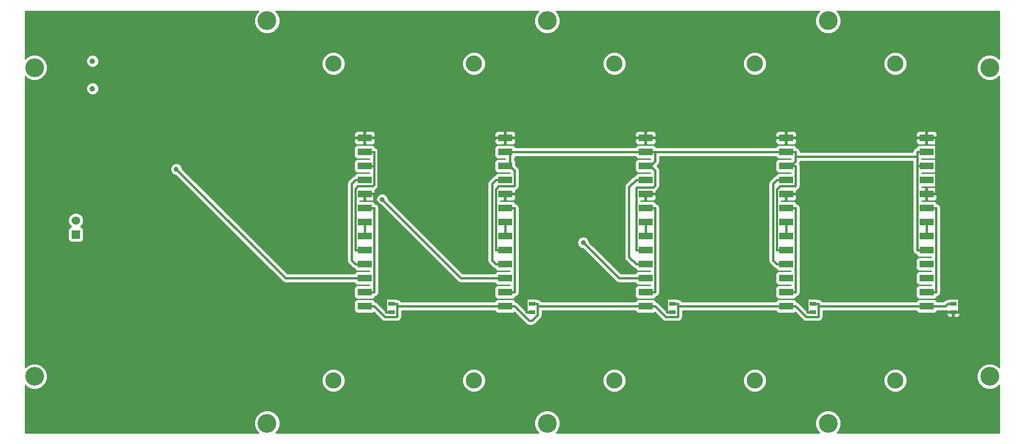
<source format=gbl>
G04 (created by PCBNEW-RS274X (2011-05-25)-stable) date Fri 21 Sep 2012 01:47:41 PM PDT*
G01*
G70*
G90*
%MOIN*%
G04 Gerber Fmt 3.4, Leading zero omitted, Abs format*
%FSLAX34Y34*%
G04 APERTURE LIST*
%ADD10C,0.006000*%
%ADD11C,0.133900*%
%ADD12R,0.100000X0.050000*%
%ADD13C,0.116000*%
%ADD14C,0.039000*%
%ADD15R,0.045000X0.025000*%
%ADD16R,0.060000X0.060000*%
%ADD17C,0.060000*%
%ADD18C,0.035000*%
%ADD19C,0.015000*%
%ADD20C,0.010000*%
G04 APERTURE END LIST*
G54D10*
G54D11*
X77185Y-41717D03*
X57185Y-41717D03*
X37234Y-41717D03*
X37234Y-13008D03*
X57185Y-13008D03*
X77185Y-13008D03*
G54D12*
X84185Y-21362D03*
X84185Y-22362D03*
X84185Y-23362D03*
X84185Y-24362D03*
X84185Y-25362D03*
X84185Y-26362D03*
X84185Y-27362D03*
X84185Y-28362D03*
X84185Y-29362D03*
X84185Y-30362D03*
X84185Y-31362D03*
X84185Y-32362D03*
X84185Y-33362D03*
G54D13*
X81965Y-16062D03*
X81965Y-38662D03*
G54D12*
X74185Y-21362D03*
X74185Y-22362D03*
X74185Y-23362D03*
X74185Y-24362D03*
X74185Y-25362D03*
X74185Y-26362D03*
X74185Y-27362D03*
X74185Y-28362D03*
X74185Y-29362D03*
X74185Y-30362D03*
X74185Y-31362D03*
X74185Y-32362D03*
X74185Y-33362D03*
G54D13*
X71965Y-16062D03*
X71965Y-38662D03*
G54D12*
X64185Y-21362D03*
X64185Y-22362D03*
X64185Y-23362D03*
X64185Y-24362D03*
X64185Y-25362D03*
X64185Y-26362D03*
X64185Y-27362D03*
X64185Y-28362D03*
X64185Y-29362D03*
X64185Y-30362D03*
X64185Y-31362D03*
X64185Y-32362D03*
X64185Y-33362D03*
G54D13*
X61965Y-16062D03*
X61965Y-38662D03*
G54D12*
X54185Y-21362D03*
X54185Y-22362D03*
X54185Y-23362D03*
X54185Y-24362D03*
X54185Y-25362D03*
X54185Y-26362D03*
X54185Y-27362D03*
X54185Y-28362D03*
X54185Y-29362D03*
X54185Y-30362D03*
X54185Y-31362D03*
X54185Y-32362D03*
X54185Y-33362D03*
G54D13*
X51965Y-16062D03*
X51965Y-38662D03*
G54D12*
X44185Y-21362D03*
X44185Y-22362D03*
X44185Y-23362D03*
X44185Y-24362D03*
X44185Y-25362D03*
X44185Y-26362D03*
X44185Y-27362D03*
X44185Y-28362D03*
X44185Y-29362D03*
X44185Y-30362D03*
X44185Y-31362D03*
X44185Y-32362D03*
X44185Y-33362D03*
G54D13*
X41965Y-16062D03*
X41965Y-38662D03*
G54D14*
X24803Y-15886D03*
X24803Y-17854D03*
G54D15*
X46085Y-33187D03*
X46085Y-33787D03*
X56085Y-33187D03*
X56085Y-33787D03*
X66085Y-33187D03*
X66085Y-33787D03*
X76085Y-33187D03*
X76085Y-33787D03*
X86085Y-33187D03*
X86085Y-33787D03*
G54D16*
X23622Y-28256D03*
G54D17*
X23622Y-27256D03*
G54D11*
X20685Y-16354D03*
X20685Y-38370D03*
X88685Y-38370D03*
X88685Y-16354D03*
G54D18*
X30772Y-23591D03*
X45425Y-25767D03*
X59745Y-28824D03*
G54D19*
X44863Y-32362D02*
X44863Y-26362D01*
X44185Y-32362D02*
X44863Y-32362D01*
X44185Y-26362D02*
X44863Y-26362D01*
X54863Y-32362D02*
X54863Y-26362D01*
X54185Y-32362D02*
X54863Y-32362D01*
X54185Y-26362D02*
X54863Y-26362D01*
X64863Y-32362D02*
X64863Y-26362D01*
X64185Y-32362D02*
X64863Y-32362D01*
X64185Y-26362D02*
X64863Y-26362D01*
X74863Y-32362D02*
X74863Y-26362D01*
X74185Y-32362D02*
X74863Y-32362D01*
X74185Y-26362D02*
X74863Y-26362D01*
X84863Y-32362D02*
X84863Y-26362D01*
X84185Y-32362D02*
X84863Y-32362D01*
X84185Y-26362D02*
X84863Y-26362D01*
X44185Y-30362D02*
X43507Y-30362D01*
X44185Y-24362D02*
X43507Y-24362D01*
X43254Y-30109D02*
X43507Y-30362D01*
X43254Y-24615D02*
X43254Y-30109D01*
X43507Y-24362D02*
X43254Y-24615D01*
X54185Y-30362D02*
X53507Y-30362D01*
X54185Y-24362D02*
X53507Y-24362D01*
X53254Y-30109D02*
X53507Y-30362D01*
X53254Y-24615D02*
X53254Y-30109D01*
X53507Y-24362D02*
X53254Y-24615D01*
X64185Y-30362D02*
X63507Y-30362D01*
X64185Y-24362D02*
X63507Y-24362D01*
X74185Y-30362D02*
X73507Y-30362D01*
X74185Y-24362D02*
X73507Y-24362D01*
X73254Y-30109D02*
X73507Y-30362D01*
X73254Y-24615D02*
X73254Y-30109D01*
X73507Y-24362D02*
X73254Y-24615D01*
X63001Y-29856D02*
X63507Y-30362D01*
X63001Y-24868D02*
X63001Y-29856D01*
X63507Y-24362D02*
X63001Y-24868D01*
X44863Y-23362D02*
X44863Y-22362D01*
X43507Y-24988D02*
X43507Y-29362D01*
X43705Y-24790D02*
X43507Y-24988D01*
X44759Y-24790D02*
X43705Y-24790D01*
X44863Y-24686D02*
X44759Y-24790D01*
X44863Y-23362D02*
X44863Y-24686D01*
X44185Y-23362D02*
X44863Y-23362D01*
X44185Y-22362D02*
X44863Y-22362D01*
X54185Y-23362D02*
X54524Y-23362D01*
X64185Y-23362D02*
X64524Y-23362D01*
X64185Y-22362D02*
X64863Y-22362D01*
X74185Y-29362D02*
X73507Y-29362D01*
X74185Y-23362D02*
X74524Y-23362D01*
X74524Y-23362D02*
X74863Y-23362D01*
X74185Y-22362D02*
X74863Y-22362D01*
X44185Y-29362D02*
X43507Y-29362D01*
X54864Y-23702D02*
X54524Y-23362D01*
X54864Y-24762D02*
X54864Y-23702D01*
X54821Y-24805D02*
X54864Y-24762D01*
X53740Y-24805D02*
X54821Y-24805D01*
X53507Y-25038D02*
X53740Y-24805D01*
X53507Y-29362D02*
X53507Y-25038D01*
X54185Y-29362D02*
X53507Y-29362D01*
X54185Y-22362D02*
X54524Y-22362D01*
X54524Y-22362D02*
X64185Y-22362D01*
X54524Y-23362D02*
X54524Y-22362D01*
X64185Y-29362D02*
X63507Y-29362D01*
X63507Y-24938D02*
X63507Y-29362D01*
X63550Y-24895D02*
X63507Y-24938D01*
X64717Y-24895D02*
X63550Y-24895D01*
X64864Y-24748D02*
X64717Y-24895D01*
X64864Y-23702D02*
X64864Y-24748D01*
X64524Y-23362D02*
X64864Y-23702D01*
X64863Y-23023D02*
X64863Y-22362D01*
X64524Y-23362D02*
X64863Y-23023D01*
X74185Y-22362D02*
X73507Y-22362D01*
X64863Y-22362D02*
X73507Y-22362D01*
X74863Y-24762D02*
X74863Y-23362D01*
X74821Y-24804D02*
X74863Y-24762D01*
X73741Y-24804D02*
X74821Y-24804D01*
X73507Y-25038D02*
X73741Y-24804D01*
X73507Y-29362D02*
X73507Y-25038D01*
X84185Y-22362D02*
X83507Y-22362D01*
X74863Y-23023D02*
X74863Y-22692D01*
X74524Y-23362D02*
X74863Y-23023D01*
X74863Y-22692D02*
X74863Y-22362D01*
X74863Y-22692D02*
X83507Y-22692D01*
X83507Y-22692D02*
X83507Y-22362D01*
X83507Y-22692D02*
X83507Y-23362D01*
X84185Y-23362D02*
X83507Y-23362D01*
X83507Y-29362D02*
X83507Y-23362D01*
X84185Y-29362D02*
X83507Y-29362D01*
X38543Y-31362D02*
X44185Y-31362D01*
X30772Y-23591D02*
X38543Y-31362D01*
X51020Y-31362D02*
X45425Y-25767D01*
X54185Y-31362D02*
X51020Y-31362D01*
X62283Y-31362D02*
X64185Y-31362D01*
X59745Y-28824D02*
X62283Y-31362D01*
X56085Y-33187D02*
X56488Y-33187D01*
X54185Y-33362D02*
X54863Y-33362D01*
X46085Y-33187D02*
X46488Y-33187D01*
X44185Y-33362D02*
X44863Y-33362D01*
X64185Y-33362D02*
X64863Y-33362D01*
X66085Y-33187D02*
X66488Y-33187D01*
X74185Y-33362D02*
X74863Y-33362D01*
X76085Y-33187D02*
X76488Y-33187D01*
X54185Y-33362D02*
X53507Y-33362D01*
X46488Y-33362D02*
X53507Y-33362D01*
X46488Y-34085D02*
X46488Y-33362D01*
X46455Y-34118D02*
X46488Y-34085D01*
X45619Y-34118D02*
X46455Y-34118D01*
X44863Y-33362D02*
X45619Y-34118D01*
X46488Y-33362D02*
X46488Y-33187D01*
X64185Y-33362D02*
X63507Y-33362D01*
X56488Y-33362D02*
X63507Y-33362D01*
X56488Y-33187D02*
X56488Y-33362D01*
X55895Y-34394D02*
X54863Y-33362D01*
X56080Y-34394D02*
X55895Y-34394D01*
X56488Y-33986D02*
X56080Y-34394D01*
X56488Y-33362D02*
X56488Y-33986D01*
X74185Y-33362D02*
X73507Y-33362D01*
X66488Y-33362D02*
X73507Y-33362D01*
X66488Y-34085D02*
X66488Y-33362D01*
X66455Y-34118D02*
X66488Y-34085D01*
X65619Y-34118D02*
X66455Y-34118D01*
X64863Y-33362D02*
X65619Y-34118D01*
X66488Y-33362D02*
X66488Y-33187D01*
X76488Y-33362D02*
X83507Y-33362D01*
X76488Y-34085D02*
X76488Y-33362D01*
X76455Y-34118D02*
X76488Y-34085D01*
X75619Y-34118D02*
X76455Y-34118D01*
X74863Y-33362D02*
X75619Y-34118D01*
X76488Y-33362D02*
X76488Y-33187D01*
X84113Y-33362D02*
X83507Y-33362D01*
X84113Y-33362D02*
X84185Y-33362D01*
X85507Y-33362D02*
X85682Y-33187D01*
X84185Y-33362D02*
X85507Y-33362D01*
X86085Y-33187D02*
X85682Y-33187D01*
X44185Y-21362D02*
X44863Y-21362D01*
X44185Y-25362D02*
X44863Y-25362D01*
X46085Y-33787D02*
X45682Y-33787D01*
X45681Y-33787D02*
X45682Y-33787D01*
X45681Y-26537D02*
X45681Y-33787D01*
X44863Y-25719D02*
X45681Y-26537D01*
X44863Y-25362D02*
X44863Y-25719D01*
X54185Y-21362D02*
X53507Y-21362D01*
X45153Y-25072D02*
X44863Y-25362D01*
X45153Y-21507D02*
X45153Y-25072D01*
X45008Y-21507D02*
X45153Y-21507D01*
X44863Y-21362D02*
X45008Y-21507D01*
X53362Y-21507D02*
X53507Y-21362D01*
X45153Y-21507D02*
X53362Y-21507D01*
X56085Y-33787D02*
X55682Y-33787D01*
X55682Y-26181D02*
X55682Y-33787D01*
X54863Y-25362D02*
X55682Y-26181D01*
X54185Y-25362D02*
X54863Y-25362D01*
X65682Y-26181D02*
X64863Y-25362D01*
X65682Y-33787D02*
X65682Y-26181D01*
X66085Y-33787D02*
X65682Y-33787D01*
X64185Y-25362D02*
X64863Y-25362D01*
X75682Y-26181D02*
X74863Y-25362D01*
X75682Y-33787D02*
X75682Y-26181D01*
X76085Y-33787D02*
X75682Y-33787D01*
X74185Y-25362D02*
X74863Y-25362D01*
X84863Y-25362D02*
X84863Y-21362D01*
X84185Y-25362D02*
X84863Y-25362D01*
X84185Y-21362D02*
X84863Y-21362D01*
X86488Y-26987D02*
X84863Y-25362D01*
X86488Y-33787D02*
X86488Y-26987D01*
X86085Y-33787D02*
X86488Y-33787D01*
X54185Y-28362D02*
X54185Y-27362D01*
X74185Y-28362D02*
X74185Y-27362D01*
X64185Y-28362D02*
X64185Y-27362D01*
X44185Y-28362D02*
X44185Y-27362D01*
X84185Y-28362D02*
X84185Y-27362D01*
G54D10*
G36*
X46135Y-33793D02*
X46035Y-33793D01*
X46035Y-33737D01*
X46135Y-33737D01*
X46135Y-33793D01*
X46135Y-33793D01*
G37*
G54D20*
X46135Y-33793D02*
X46035Y-33793D01*
X46035Y-33737D01*
X46135Y-33737D01*
X46135Y-33793D01*
G54D10*
G36*
X56135Y-33837D02*
X56035Y-33837D01*
X56035Y-33737D01*
X56135Y-33737D01*
X56135Y-33837D01*
X56135Y-33837D01*
G37*
G54D20*
X56135Y-33837D02*
X56035Y-33837D01*
X56035Y-33737D01*
X56135Y-33737D01*
X56135Y-33837D01*
G54D10*
G36*
X66135Y-33793D02*
X66035Y-33793D01*
X66035Y-33737D01*
X66135Y-33737D01*
X66135Y-33793D01*
X66135Y-33793D01*
G37*
G54D20*
X66135Y-33793D02*
X66035Y-33793D01*
X66035Y-33737D01*
X66135Y-33737D01*
X66135Y-33793D01*
G54D10*
G36*
X76135Y-33793D02*
X76035Y-33793D01*
X76035Y-33737D01*
X76135Y-33737D01*
X76135Y-33793D01*
X76135Y-33793D01*
G37*
G54D20*
X76135Y-33793D02*
X76035Y-33793D01*
X76035Y-33737D01*
X76135Y-33737D01*
X76135Y-33793D01*
G54D10*
G36*
X89360Y-42392D02*
X86560Y-42392D01*
X86560Y-33899D01*
X86560Y-33675D01*
X86559Y-33613D01*
X86521Y-33521D01*
X86487Y-33487D01*
X86521Y-33453D01*
X86559Y-33362D01*
X86559Y-33263D01*
X86559Y-33013D01*
X86521Y-32921D01*
X86451Y-32851D01*
X86360Y-32813D01*
X86261Y-32813D01*
X85811Y-32813D01*
X85719Y-32851D01*
X85708Y-32862D01*
X85682Y-32862D01*
X85558Y-32887D01*
X85452Y-32957D01*
X85450Y-32959D01*
X85372Y-33037D01*
X85188Y-33037D01*
X85188Y-32362D01*
X85188Y-26362D01*
X85163Y-26238D01*
X85093Y-26132D01*
X84987Y-26062D01*
X84935Y-26051D01*
X84935Y-25474D01*
X84935Y-25250D01*
X84935Y-21474D01*
X84935Y-21250D01*
X84934Y-21161D01*
X84934Y-21062D01*
X84896Y-20971D01*
X84826Y-20901D01*
X84734Y-20863D01*
X84297Y-20862D01*
X84235Y-20924D01*
X84235Y-21312D01*
X84873Y-21312D01*
X84935Y-21250D01*
X84935Y-21474D01*
X84873Y-21412D01*
X84235Y-21412D01*
X84235Y-21800D01*
X84297Y-21862D01*
X84734Y-21861D01*
X84826Y-21823D01*
X84896Y-21753D01*
X84934Y-21662D01*
X84934Y-21563D01*
X84935Y-21474D01*
X84935Y-25250D01*
X84934Y-25161D01*
X84934Y-25062D01*
X84896Y-24971D01*
X84826Y-24901D01*
X84734Y-24863D01*
X84297Y-24862D01*
X84235Y-24924D01*
X84235Y-25312D01*
X84873Y-25312D01*
X84935Y-25250D01*
X84935Y-25474D01*
X84873Y-25412D01*
X84235Y-25412D01*
X84235Y-25800D01*
X84297Y-25862D01*
X84734Y-25861D01*
X84826Y-25823D01*
X84896Y-25753D01*
X84934Y-25662D01*
X84934Y-25563D01*
X84935Y-25474D01*
X84935Y-26051D01*
X84928Y-26050D01*
X84896Y-25971D01*
X84826Y-25901D01*
X84735Y-25863D01*
X84636Y-25863D01*
X83832Y-25863D01*
X83832Y-25861D01*
X84073Y-25862D01*
X84135Y-25800D01*
X84135Y-25462D01*
X84135Y-25412D01*
X84135Y-25312D01*
X84135Y-25262D01*
X84135Y-24924D01*
X84073Y-24862D01*
X83832Y-24862D01*
X83832Y-24861D01*
X84734Y-24861D01*
X84826Y-24823D01*
X84896Y-24753D01*
X84934Y-24662D01*
X84934Y-24563D01*
X84934Y-24063D01*
X84896Y-23971D01*
X84826Y-23901D01*
X84735Y-23863D01*
X84636Y-23863D01*
X83832Y-23863D01*
X83832Y-23861D01*
X84734Y-23861D01*
X84826Y-23823D01*
X84896Y-23753D01*
X84934Y-23662D01*
X84934Y-23563D01*
X84934Y-23063D01*
X84896Y-22971D01*
X84826Y-22901D01*
X84735Y-22863D01*
X84636Y-22863D01*
X83832Y-22863D01*
X83832Y-22861D01*
X84734Y-22861D01*
X84826Y-22823D01*
X84896Y-22753D01*
X84934Y-22662D01*
X84934Y-22563D01*
X84934Y-22063D01*
X84896Y-21971D01*
X84826Y-21901D01*
X84735Y-21863D01*
X84636Y-21863D01*
X84135Y-21863D01*
X84135Y-21800D01*
X84135Y-21412D01*
X84135Y-21312D01*
X84135Y-20924D01*
X84073Y-20862D01*
X83636Y-20863D01*
X83544Y-20901D01*
X83474Y-20971D01*
X83436Y-21062D01*
X83436Y-21161D01*
X83435Y-21250D01*
X83497Y-21312D01*
X84135Y-21312D01*
X84135Y-21412D01*
X83497Y-21412D01*
X83435Y-21474D01*
X83436Y-21563D01*
X83436Y-21662D01*
X83474Y-21753D01*
X83544Y-21823D01*
X83636Y-21861D01*
X84073Y-21862D01*
X84135Y-21800D01*
X84135Y-21863D01*
X83636Y-21863D01*
X83544Y-21901D01*
X83474Y-21971D01*
X83440Y-22050D01*
X83383Y-22062D01*
X83277Y-22132D01*
X83207Y-22238D01*
X83182Y-22362D01*
X83182Y-22367D01*
X82795Y-22367D01*
X82795Y-16228D01*
X82795Y-15898D01*
X82669Y-15593D01*
X82436Y-15359D01*
X82131Y-15232D01*
X81801Y-15232D01*
X81496Y-15358D01*
X81262Y-15591D01*
X81135Y-15896D01*
X81135Y-16226D01*
X81261Y-16531D01*
X81494Y-16765D01*
X81799Y-16892D01*
X82129Y-16892D01*
X82434Y-16766D01*
X82668Y-16533D01*
X82795Y-16228D01*
X82795Y-22367D01*
X75188Y-22367D01*
X75188Y-22362D01*
X75163Y-22238D01*
X75093Y-22132D01*
X74987Y-22062D01*
X74935Y-22051D01*
X74935Y-21474D01*
X74935Y-21250D01*
X74934Y-21161D01*
X74934Y-21062D01*
X74896Y-20971D01*
X74826Y-20901D01*
X74734Y-20863D01*
X74297Y-20862D01*
X74235Y-20924D01*
X74235Y-21312D01*
X74873Y-21312D01*
X74935Y-21250D01*
X74935Y-21474D01*
X74873Y-21412D01*
X74235Y-21412D01*
X74235Y-21800D01*
X74297Y-21862D01*
X74734Y-21861D01*
X74826Y-21823D01*
X74896Y-21753D01*
X74934Y-21662D01*
X74934Y-21563D01*
X74935Y-21474D01*
X74935Y-22051D01*
X74928Y-22050D01*
X74896Y-21971D01*
X74826Y-21901D01*
X74735Y-21863D01*
X74636Y-21863D01*
X74135Y-21863D01*
X74135Y-21800D01*
X74135Y-21412D01*
X74135Y-21312D01*
X74135Y-20924D01*
X74073Y-20862D01*
X73636Y-20863D01*
X73544Y-20901D01*
X73474Y-20971D01*
X73436Y-21062D01*
X73436Y-21161D01*
X73435Y-21250D01*
X73497Y-21312D01*
X74135Y-21312D01*
X74135Y-21412D01*
X73497Y-21412D01*
X73435Y-21474D01*
X73436Y-21563D01*
X73436Y-21662D01*
X73474Y-21753D01*
X73544Y-21823D01*
X73636Y-21861D01*
X74073Y-21862D01*
X74135Y-21800D01*
X74135Y-21863D01*
X73636Y-21863D01*
X73544Y-21901D01*
X73474Y-21971D01*
X73446Y-22037D01*
X72795Y-22037D01*
X72795Y-16228D01*
X72795Y-15898D01*
X72669Y-15593D01*
X72436Y-15359D01*
X72131Y-15232D01*
X71801Y-15232D01*
X71496Y-15358D01*
X71262Y-15591D01*
X71135Y-15896D01*
X71135Y-16226D01*
X71261Y-16531D01*
X71494Y-16765D01*
X71799Y-16892D01*
X72129Y-16892D01*
X72434Y-16766D01*
X72668Y-16533D01*
X72795Y-16228D01*
X72795Y-22037D01*
X64935Y-22037D01*
X64935Y-21474D01*
X64935Y-21250D01*
X64934Y-21161D01*
X64934Y-21062D01*
X64896Y-20971D01*
X64826Y-20901D01*
X64734Y-20863D01*
X64297Y-20862D01*
X64235Y-20924D01*
X64235Y-21312D01*
X64873Y-21312D01*
X64935Y-21250D01*
X64935Y-21474D01*
X64873Y-21412D01*
X64235Y-21412D01*
X64235Y-21800D01*
X64297Y-21862D01*
X64734Y-21861D01*
X64826Y-21823D01*
X64896Y-21753D01*
X64934Y-21662D01*
X64934Y-21563D01*
X64935Y-21474D01*
X64935Y-22037D01*
X64923Y-22037D01*
X64896Y-21971D01*
X64826Y-21901D01*
X64735Y-21863D01*
X64636Y-21863D01*
X64135Y-21863D01*
X64135Y-21800D01*
X64135Y-21412D01*
X64135Y-21312D01*
X64135Y-20924D01*
X64073Y-20862D01*
X63636Y-20863D01*
X63544Y-20901D01*
X63474Y-20971D01*
X63436Y-21062D01*
X63436Y-21161D01*
X63435Y-21250D01*
X63497Y-21312D01*
X64135Y-21312D01*
X64135Y-21412D01*
X63497Y-21412D01*
X63435Y-21474D01*
X63436Y-21563D01*
X63436Y-21662D01*
X63474Y-21753D01*
X63544Y-21823D01*
X63636Y-21861D01*
X64073Y-21862D01*
X64135Y-21800D01*
X64135Y-21863D01*
X63636Y-21863D01*
X63544Y-21901D01*
X63474Y-21971D01*
X63446Y-22037D01*
X62795Y-22037D01*
X62795Y-16228D01*
X62795Y-15898D01*
X62669Y-15593D01*
X62436Y-15359D01*
X62131Y-15232D01*
X61801Y-15232D01*
X61496Y-15358D01*
X61262Y-15591D01*
X61135Y-15896D01*
X61135Y-16226D01*
X61261Y-16531D01*
X61494Y-16765D01*
X61799Y-16892D01*
X62129Y-16892D01*
X62434Y-16766D01*
X62668Y-16533D01*
X62795Y-16228D01*
X62795Y-22037D01*
X54935Y-22037D01*
X54935Y-21474D01*
X54935Y-21250D01*
X54934Y-21161D01*
X54934Y-21062D01*
X54896Y-20971D01*
X54826Y-20901D01*
X54734Y-20863D01*
X54297Y-20862D01*
X54235Y-20924D01*
X54235Y-21312D01*
X54873Y-21312D01*
X54935Y-21250D01*
X54935Y-21474D01*
X54873Y-21412D01*
X54235Y-21412D01*
X54235Y-21800D01*
X54297Y-21862D01*
X54734Y-21861D01*
X54826Y-21823D01*
X54896Y-21753D01*
X54934Y-21662D01*
X54934Y-21563D01*
X54935Y-21474D01*
X54935Y-22037D01*
X54923Y-22037D01*
X54896Y-21971D01*
X54826Y-21901D01*
X54735Y-21863D01*
X54636Y-21863D01*
X54135Y-21863D01*
X54135Y-21800D01*
X54135Y-21412D01*
X54135Y-21312D01*
X54135Y-20924D01*
X54073Y-20862D01*
X53636Y-20863D01*
X53544Y-20901D01*
X53474Y-20971D01*
X53436Y-21062D01*
X53436Y-21161D01*
X53435Y-21250D01*
X53497Y-21312D01*
X54135Y-21312D01*
X54135Y-21412D01*
X53497Y-21412D01*
X53435Y-21474D01*
X53436Y-21563D01*
X53436Y-21662D01*
X53474Y-21753D01*
X53544Y-21823D01*
X53636Y-21861D01*
X54073Y-21862D01*
X54135Y-21800D01*
X54135Y-21863D01*
X53636Y-21863D01*
X53544Y-21901D01*
X53474Y-21971D01*
X53436Y-22062D01*
X53436Y-22161D01*
X53436Y-22661D01*
X53474Y-22753D01*
X53544Y-22823D01*
X53635Y-22861D01*
X53734Y-22861D01*
X54199Y-22861D01*
X54199Y-22863D01*
X53636Y-22863D01*
X53544Y-22901D01*
X53474Y-22971D01*
X53436Y-23062D01*
X53436Y-23161D01*
X53436Y-23661D01*
X53474Y-23753D01*
X53544Y-23823D01*
X53635Y-23861D01*
X53734Y-23861D01*
X54539Y-23861D01*
X54539Y-23863D01*
X53636Y-23863D01*
X53544Y-23901D01*
X53474Y-23971D01*
X53440Y-24050D01*
X53383Y-24062D01*
X53277Y-24132D01*
X53275Y-24134D01*
X53024Y-24385D01*
X52954Y-24491D01*
X52929Y-24615D01*
X52929Y-30109D01*
X52954Y-30233D01*
X53024Y-30339D01*
X53275Y-30589D01*
X53277Y-30592D01*
X53382Y-30661D01*
X53383Y-30662D01*
X53441Y-30673D01*
X53474Y-30753D01*
X53544Y-30823D01*
X53635Y-30861D01*
X53734Y-30861D01*
X54538Y-30861D01*
X54538Y-30863D01*
X53636Y-30863D01*
X53544Y-30901D01*
X53474Y-30971D01*
X53446Y-31037D01*
X52795Y-31037D01*
X52795Y-16228D01*
X52795Y-15898D01*
X52669Y-15593D01*
X52436Y-15359D01*
X52131Y-15232D01*
X51801Y-15232D01*
X51496Y-15358D01*
X51262Y-15591D01*
X51135Y-15896D01*
X51135Y-16226D01*
X51261Y-16531D01*
X51494Y-16765D01*
X51799Y-16892D01*
X52129Y-16892D01*
X52434Y-16766D01*
X52668Y-16533D01*
X52795Y-16228D01*
X52795Y-31037D01*
X51154Y-31037D01*
X45850Y-25732D01*
X45850Y-25683D01*
X45786Y-25527D01*
X45666Y-25407D01*
X45510Y-25342D01*
X45341Y-25342D01*
X45185Y-25406D01*
X45065Y-25526D01*
X45000Y-25682D01*
X45000Y-25851D01*
X45064Y-26007D01*
X45184Y-26127D01*
X45340Y-26192D01*
X45390Y-26192D01*
X50788Y-31589D01*
X50790Y-31592D01*
X50895Y-31661D01*
X50896Y-31662D01*
X51020Y-31687D01*
X53446Y-31687D01*
X53474Y-31753D01*
X53544Y-31823D01*
X53635Y-31861D01*
X53734Y-31861D01*
X54538Y-31861D01*
X54538Y-31863D01*
X53636Y-31863D01*
X53544Y-31901D01*
X53474Y-31971D01*
X53436Y-32062D01*
X53436Y-32161D01*
X53436Y-32661D01*
X53474Y-32753D01*
X53544Y-32823D01*
X53635Y-32861D01*
X53734Y-32861D01*
X54734Y-32861D01*
X54826Y-32823D01*
X54896Y-32753D01*
X54929Y-32673D01*
X54987Y-32662D01*
X55093Y-32592D01*
X55163Y-32486D01*
X55188Y-32362D01*
X55188Y-26362D01*
X55163Y-26238D01*
X55093Y-26132D01*
X54987Y-26062D01*
X54935Y-26051D01*
X54935Y-25474D01*
X54873Y-25412D01*
X54235Y-25412D01*
X54235Y-25800D01*
X54297Y-25862D01*
X54734Y-25861D01*
X54826Y-25823D01*
X54896Y-25753D01*
X54934Y-25662D01*
X54934Y-25563D01*
X54935Y-25474D01*
X54935Y-26051D01*
X54928Y-26050D01*
X54896Y-25971D01*
X54826Y-25901D01*
X54735Y-25863D01*
X54636Y-25863D01*
X53832Y-25863D01*
X53832Y-25861D01*
X54073Y-25862D01*
X54135Y-25800D01*
X54135Y-25462D01*
X54135Y-25412D01*
X54135Y-25312D01*
X54235Y-25312D01*
X54285Y-25312D01*
X54873Y-25312D01*
X54935Y-25250D01*
X54934Y-25161D01*
X54934Y-25107D01*
X54945Y-25105D01*
X55051Y-25035D01*
X55091Y-24993D01*
X55093Y-24992D01*
X55094Y-24992D01*
X55163Y-24887D01*
X55164Y-24886D01*
X55183Y-24788D01*
X55189Y-24763D01*
X55188Y-24762D01*
X55189Y-24762D01*
X55189Y-23702D01*
X55188Y-23701D01*
X55189Y-23701D01*
X55183Y-23676D01*
X55164Y-23578D01*
X55163Y-23577D01*
X55094Y-23472D01*
X55091Y-23470D01*
X54934Y-23312D01*
X54934Y-23063D01*
X54896Y-22971D01*
X54849Y-22924D01*
X54849Y-22800D01*
X54896Y-22753D01*
X54923Y-22687D01*
X63446Y-22687D01*
X63474Y-22753D01*
X63544Y-22823D01*
X63635Y-22861D01*
X63734Y-22861D01*
X64538Y-22861D01*
X64538Y-22863D01*
X63636Y-22863D01*
X63544Y-22901D01*
X63474Y-22971D01*
X63436Y-23062D01*
X63436Y-23161D01*
X63436Y-23661D01*
X63474Y-23753D01*
X63544Y-23823D01*
X63635Y-23861D01*
X63734Y-23861D01*
X64539Y-23861D01*
X64539Y-23863D01*
X63636Y-23863D01*
X63544Y-23901D01*
X63474Y-23971D01*
X63440Y-24050D01*
X63383Y-24062D01*
X63277Y-24132D01*
X63275Y-24134D01*
X62771Y-24638D01*
X62701Y-24744D01*
X62676Y-24868D01*
X62676Y-29856D01*
X62701Y-29980D01*
X62771Y-30086D01*
X63275Y-30589D01*
X63277Y-30592D01*
X63382Y-30661D01*
X63383Y-30662D01*
X63441Y-30673D01*
X63474Y-30753D01*
X63544Y-30823D01*
X63635Y-30861D01*
X63734Y-30861D01*
X64538Y-30861D01*
X64538Y-30863D01*
X63636Y-30863D01*
X63544Y-30901D01*
X63474Y-30971D01*
X63446Y-31037D01*
X62418Y-31037D01*
X60170Y-28789D01*
X60170Y-28740D01*
X60106Y-28584D01*
X59986Y-28464D01*
X59830Y-28399D01*
X59661Y-28399D01*
X59505Y-28463D01*
X59385Y-28583D01*
X59320Y-28739D01*
X59320Y-28908D01*
X59384Y-29064D01*
X59504Y-29184D01*
X59660Y-29249D01*
X59710Y-29249D01*
X62053Y-31592D01*
X62158Y-31662D01*
X62159Y-31662D01*
X62283Y-31687D01*
X63446Y-31687D01*
X63474Y-31753D01*
X63544Y-31823D01*
X63635Y-31861D01*
X63734Y-31861D01*
X64538Y-31861D01*
X64538Y-31863D01*
X63636Y-31863D01*
X63544Y-31901D01*
X63474Y-31971D01*
X63436Y-32062D01*
X63436Y-32161D01*
X63436Y-32661D01*
X63474Y-32753D01*
X63544Y-32823D01*
X63635Y-32861D01*
X63734Y-32861D01*
X64734Y-32861D01*
X64826Y-32823D01*
X64896Y-32753D01*
X64929Y-32673D01*
X64987Y-32662D01*
X65093Y-32592D01*
X65163Y-32486D01*
X65188Y-32362D01*
X65188Y-26362D01*
X65163Y-26238D01*
X65093Y-26132D01*
X64987Y-26062D01*
X64935Y-26051D01*
X64935Y-25474D01*
X64873Y-25412D01*
X64235Y-25412D01*
X64235Y-25800D01*
X64297Y-25862D01*
X64734Y-25861D01*
X64826Y-25823D01*
X64896Y-25753D01*
X64934Y-25662D01*
X64934Y-25563D01*
X64935Y-25474D01*
X64935Y-26051D01*
X64928Y-26050D01*
X64896Y-25971D01*
X64826Y-25901D01*
X64735Y-25863D01*
X64636Y-25863D01*
X63832Y-25863D01*
X63832Y-25861D01*
X64073Y-25862D01*
X64135Y-25800D01*
X64135Y-25462D01*
X64135Y-25412D01*
X64135Y-25312D01*
X64235Y-25312D01*
X64285Y-25312D01*
X64873Y-25312D01*
X64935Y-25250D01*
X64934Y-25161D01*
X64934Y-25133D01*
X64947Y-25125D01*
X65091Y-24979D01*
X65093Y-24978D01*
X65094Y-24978D01*
X65163Y-24873D01*
X65164Y-24872D01*
X65183Y-24774D01*
X65189Y-24749D01*
X65188Y-24748D01*
X65189Y-24748D01*
X65189Y-23702D01*
X65188Y-23701D01*
X65189Y-23701D01*
X65183Y-23676D01*
X65164Y-23578D01*
X65163Y-23577D01*
X65094Y-23472D01*
X65091Y-23470D01*
X64983Y-23362D01*
X65093Y-23253D01*
X65163Y-23148D01*
X65163Y-23147D01*
X65188Y-23023D01*
X65188Y-22687D01*
X73446Y-22687D01*
X73474Y-22753D01*
X73544Y-22823D01*
X73635Y-22861D01*
X73734Y-22861D01*
X74538Y-22861D01*
X74538Y-22863D01*
X73636Y-22863D01*
X73544Y-22901D01*
X73474Y-22971D01*
X73436Y-23062D01*
X73436Y-23161D01*
X73436Y-23661D01*
X73474Y-23753D01*
X73544Y-23823D01*
X73635Y-23861D01*
X73734Y-23861D01*
X74538Y-23861D01*
X74538Y-23863D01*
X73636Y-23863D01*
X73544Y-23901D01*
X73474Y-23971D01*
X73440Y-24050D01*
X73383Y-24062D01*
X73277Y-24132D01*
X73275Y-24134D01*
X73024Y-24385D01*
X72954Y-24491D01*
X72929Y-24615D01*
X72929Y-30109D01*
X72954Y-30233D01*
X73024Y-30339D01*
X73275Y-30589D01*
X73277Y-30592D01*
X73382Y-30661D01*
X73383Y-30662D01*
X73441Y-30673D01*
X73474Y-30753D01*
X73544Y-30823D01*
X73635Y-30861D01*
X73734Y-30861D01*
X74538Y-30861D01*
X74538Y-30863D01*
X73636Y-30863D01*
X73544Y-30901D01*
X73474Y-30971D01*
X73436Y-31062D01*
X73436Y-31161D01*
X73436Y-31661D01*
X73474Y-31753D01*
X73544Y-31823D01*
X73635Y-31861D01*
X73734Y-31861D01*
X74538Y-31861D01*
X74538Y-31863D01*
X73636Y-31863D01*
X73544Y-31901D01*
X73474Y-31971D01*
X73436Y-32062D01*
X73436Y-32161D01*
X73436Y-32661D01*
X73474Y-32753D01*
X73544Y-32823D01*
X73635Y-32861D01*
X73734Y-32861D01*
X74734Y-32861D01*
X74826Y-32823D01*
X74896Y-32753D01*
X74929Y-32673D01*
X74987Y-32662D01*
X75093Y-32592D01*
X75163Y-32486D01*
X75188Y-32362D01*
X75188Y-26362D01*
X75163Y-26238D01*
X75093Y-26132D01*
X74987Y-26062D01*
X74935Y-26051D01*
X74935Y-25474D01*
X74873Y-25412D01*
X74235Y-25412D01*
X74235Y-25800D01*
X74297Y-25862D01*
X74734Y-25861D01*
X74826Y-25823D01*
X74896Y-25753D01*
X74934Y-25662D01*
X74934Y-25563D01*
X74935Y-25474D01*
X74935Y-26051D01*
X74928Y-26050D01*
X74896Y-25971D01*
X74826Y-25901D01*
X74735Y-25863D01*
X74636Y-25863D01*
X73832Y-25863D01*
X73832Y-25861D01*
X74073Y-25862D01*
X74135Y-25800D01*
X74135Y-25462D01*
X74135Y-25412D01*
X74135Y-25312D01*
X74235Y-25312D01*
X74285Y-25312D01*
X74873Y-25312D01*
X74935Y-25250D01*
X74934Y-25161D01*
X74934Y-25106D01*
X74945Y-25104D01*
X75051Y-25034D01*
X75093Y-24992D01*
X75163Y-24887D01*
X75163Y-24886D01*
X75188Y-24762D01*
X75188Y-23362D01*
X75163Y-23238D01*
X75133Y-23192D01*
X75163Y-23148D01*
X75163Y-23147D01*
X75188Y-23023D01*
X75188Y-23017D01*
X83182Y-23017D01*
X83182Y-23362D01*
X83182Y-29362D01*
X83207Y-29486D01*
X83277Y-29592D01*
X83383Y-29662D01*
X83441Y-29673D01*
X83474Y-29753D01*
X83544Y-29823D01*
X83635Y-29861D01*
X83734Y-29861D01*
X84538Y-29861D01*
X84538Y-29863D01*
X83636Y-29863D01*
X83544Y-29901D01*
X83474Y-29971D01*
X83436Y-30062D01*
X83436Y-30161D01*
X83436Y-30661D01*
X83474Y-30753D01*
X83544Y-30823D01*
X83635Y-30861D01*
X83734Y-30861D01*
X84538Y-30861D01*
X84538Y-30863D01*
X83636Y-30863D01*
X83544Y-30901D01*
X83474Y-30971D01*
X83436Y-31062D01*
X83436Y-31161D01*
X83436Y-31661D01*
X83474Y-31753D01*
X83544Y-31823D01*
X83635Y-31861D01*
X83734Y-31861D01*
X84538Y-31861D01*
X84538Y-31863D01*
X83636Y-31863D01*
X83544Y-31901D01*
X83474Y-31971D01*
X83436Y-32062D01*
X83436Y-32161D01*
X83436Y-32661D01*
X83474Y-32753D01*
X83544Y-32823D01*
X83635Y-32861D01*
X83734Y-32861D01*
X84734Y-32861D01*
X84826Y-32823D01*
X84896Y-32753D01*
X84929Y-32673D01*
X84987Y-32662D01*
X85093Y-32592D01*
X85163Y-32486D01*
X85188Y-32362D01*
X85188Y-33037D01*
X84923Y-33037D01*
X84896Y-32971D01*
X84826Y-32901D01*
X84735Y-32863D01*
X84636Y-32863D01*
X83636Y-32863D01*
X83544Y-32901D01*
X83474Y-32971D01*
X83446Y-33037D01*
X76770Y-33037D01*
X76718Y-32957D01*
X76612Y-32887D01*
X76488Y-32862D01*
X76462Y-32862D01*
X76451Y-32851D01*
X76360Y-32813D01*
X76261Y-32813D01*
X75811Y-32813D01*
X75719Y-32851D01*
X75649Y-32921D01*
X75611Y-33012D01*
X75611Y-33111D01*
X75611Y-33361D01*
X75649Y-33453D01*
X75683Y-33487D01*
X75649Y-33521D01*
X75611Y-33613D01*
X75610Y-33649D01*
X75093Y-33132D01*
X74987Y-33062D01*
X74928Y-33050D01*
X74896Y-32971D01*
X74826Y-32901D01*
X74735Y-32863D01*
X74636Y-32863D01*
X73636Y-32863D01*
X73544Y-32901D01*
X73474Y-32971D01*
X73446Y-33037D01*
X66770Y-33037D01*
X66718Y-32957D01*
X66612Y-32887D01*
X66488Y-32862D01*
X66462Y-32862D01*
X66451Y-32851D01*
X66360Y-32813D01*
X66261Y-32813D01*
X65811Y-32813D01*
X65719Y-32851D01*
X65649Y-32921D01*
X65611Y-33012D01*
X65611Y-33111D01*
X65611Y-33361D01*
X65649Y-33453D01*
X65683Y-33487D01*
X65649Y-33521D01*
X65611Y-33613D01*
X65610Y-33649D01*
X65093Y-33132D01*
X64987Y-33062D01*
X64928Y-33050D01*
X64896Y-32971D01*
X64826Y-32901D01*
X64735Y-32863D01*
X64636Y-32863D01*
X63636Y-32863D01*
X63544Y-32901D01*
X63474Y-32971D01*
X63446Y-33037D01*
X56770Y-33037D01*
X56718Y-32957D01*
X56612Y-32887D01*
X56488Y-32862D01*
X56462Y-32862D01*
X56451Y-32851D01*
X56360Y-32813D01*
X56261Y-32813D01*
X55811Y-32813D01*
X55719Y-32851D01*
X55649Y-32921D01*
X55611Y-33012D01*
X55611Y-33111D01*
X55611Y-33361D01*
X55649Y-33453D01*
X55683Y-33487D01*
X55649Y-33521D01*
X55611Y-33613D01*
X55610Y-33649D01*
X55093Y-33132D01*
X54987Y-33062D01*
X54928Y-33050D01*
X54896Y-32971D01*
X54826Y-32901D01*
X54735Y-32863D01*
X54636Y-32863D01*
X53636Y-32863D01*
X53544Y-32901D01*
X53474Y-32971D01*
X53446Y-33037D01*
X46770Y-33037D01*
X46718Y-32957D01*
X46612Y-32887D01*
X46488Y-32862D01*
X46462Y-32862D01*
X46451Y-32851D01*
X46360Y-32813D01*
X46261Y-32813D01*
X45811Y-32813D01*
X45719Y-32851D01*
X45649Y-32921D01*
X45611Y-33012D01*
X45611Y-33111D01*
X45611Y-33361D01*
X45649Y-33453D01*
X45683Y-33487D01*
X45649Y-33521D01*
X45611Y-33613D01*
X45610Y-33649D01*
X45188Y-33227D01*
X45188Y-32362D01*
X45188Y-26362D01*
X45163Y-26238D01*
X45093Y-26132D01*
X44987Y-26062D01*
X44935Y-26051D01*
X44935Y-25474D01*
X44873Y-25412D01*
X44235Y-25412D01*
X44235Y-25800D01*
X44297Y-25862D01*
X44734Y-25861D01*
X44826Y-25823D01*
X44896Y-25753D01*
X44934Y-25662D01*
X44934Y-25563D01*
X44935Y-25474D01*
X44935Y-26051D01*
X44928Y-26050D01*
X44896Y-25971D01*
X44826Y-25901D01*
X44735Y-25863D01*
X44636Y-25863D01*
X43832Y-25863D01*
X43832Y-25861D01*
X44073Y-25862D01*
X44135Y-25800D01*
X44135Y-25462D01*
X44135Y-25412D01*
X44135Y-25312D01*
X44235Y-25312D01*
X44285Y-25312D01*
X44873Y-25312D01*
X44935Y-25250D01*
X44934Y-25161D01*
X44934Y-25062D01*
X44932Y-25057D01*
X44989Y-25020D01*
X45093Y-24916D01*
X45163Y-24811D01*
X45163Y-24810D01*
X45188Y-24686D01*
X45188Y-23362D01*
X45188Y-22362D01*
X45163Y-22238D01*
X45093Y-22132D01*
X44987Y-22062D01*
X44935Y-22051D01*
X44935Y-21474D01*
X44935Y-21250D01*
X44934Y-21161D01*
X44934Y-21062D01*
X44896Y-20971D01*
X44826Y-20901D01*
X44734Y-20863D01*
X44297Y-20862D01*
X44235Y-20924D01*
X44235Y-21312D01*
X44873Y-21312D01*
X44935Y-21250D01*
X44935Y-21474D01*
X44873Y-21412D01*
X44235Y-21412D01*
X44235Y-21800D01*
X44297Y-21862D01*
X44734Y-21861D01*
X44826Y-21823D01*
X44896Y-21753D01*
X44934Y-21662D01*
X44934Y-21563D01*
X44935Y-21474D01*
X44935Y-22051D01*
X44928Y-22050D01*
X44896Y-21971D01*
X44826Y-21901D01*
X44735Y-21863D01*
X44636Y-21863D01*
X44135Y-21863D01*
X44135Y-21800D01*
X44135Y-21412D01*
X44135Y-21312D01*
X44135Y-20924D01*
X44073Y-20862D01*
X43636Y-20863D01*
X43544Y-20901D01*
X43474Y-20971D01*
X43436Y-21062D01*
X43436Y-21161D01*
X43435Y-21250D01*
X43497Y-21312D01*
X44135Y-21312D01*
X44135Y-21412D01*
X43497Y-21412D01*
X43435Y-21474D01*
X43436Y-21563D01*
X43436Y-21662D01*
X43474Y-21753D01*
X43544Y-21823D01*
X43636Y-21861D01*
X44073Y-21862D01*
X44135Y-21800D01*
X44135Y-21863D01*
X43636Y-21863D01*
X43544Y-21901D01*
X43474Y-21971D01*
X43436Y-22062D01*
X43436Y-22161D01*
X43436Y-22661D01*
X43474Y-22753D01*
X43544Y-22823D01*
X43635Y-22861D01*
X43734Y-22861D01*
X44538Y-22861D01*
X44538Y-22863D01*
X43636Y-22863D01*
X43544Y-22901D01*
X43474Y-22971D01*
X43436Y-23062D01*
X43436Y-23161D01*
X43436Y-23661D01*
X43474Y-23753D01*
X43544Y-23823D01*
X43635Y-23861D01*
X43734Y-23861D01*
X44538Y-23861D01*
X44538Y-23863D01*
X43636Y-23863D01*
X43544Y-23901D01*
X43474Y-23971D01*
X43440Y-24050D01*
X43383Y-24062D01*
X43277Y-24132D01*
X43275Y-24134D01*
X43024Y-24385D01*
X42954Y-24491D01*
X42929Y-24615D01*
X42929Y-30109D01*
X42954Y-30233D01*
X43024Y-30339D01*
X43275Y-30589D01*
X43277Y-30592D01*
X43382Y-30661D01*
X43383Y-30662D01*
X43441Y-30673D01*
X43474Y-30753D01*
X43544Y-30823D01*
X43635Y-30861D01*
X43734Y-30861D01*
X44538Y-30861D01*
X44538Y-30863D01*
X43636Y-30863D01*
X43544Y-30901D01*
X43474Y-30971D01*
X43446Y-31037D01*
X42795Y-31037D01*
X42795Y-16228D01*
X42795Y-15898D01*
X42669Y-15593D01*
X42436Y-15359D01*
X42131Y-15232D01*
X41801Y-15232D01*
X41496Y-15358D01*
X41262Y-15591D01*
X41135Y-15896D01*
X41135Y-16226D01*
X41261Y-16531D01*
X41494Y-16765D01*
X41799Y-16892D01*
X42129Y-16892D01*
X42434Y-16766D01*
X42668Y-16533D01*
X42795Y-16228D01*
X42795Y-31037D01*
X38677Y-31037D01*
X31197Y-23556D01*
X31197Y-23507D01*
X31133Y-23351D01*
X31013Y-23231D01*
X30857Y-23166D01*
X30688Y-23166D01*
X30532Y-23230D01*
X30412Y-23350D01*
X30347Y-23506D01*
X30347Y-23675D01*
X30411Y-23831D01*
X30531Y-23951D01*
X30687Y-24016D01*
X30737Y-24016D01*
X38311Y-31589D01*
X38313Y-31592D01*
X38418Y-31661D01*
X38419Y-31662D01*
X38517Y-31681D01*
X38542Y-31687D01*
X38542Y-31686D01*
X38543Y-31687D01*
X43446Y-31687D01*
X43474Y-31753D01*
X43544Y-31823D01*
X43635Y-31861D01*
X43734Y-31861D01*
X44538Y-31861D01*
X44538Y-31863D01*
X43636Y-31863D01*
X43544Y-31901D01*
X43474Y-31971D01*
X43436Y-32062D01*
X43436Y-32161D01*
X43436Y-32661D01*
X43474Y-32753D01*
X43544Y-32823D01*
X43635Y-32861D01*
X43734Y-32861D01*
X44734Y-32861D01*
X44826Y-32823D01*
X44896Y-32753D01*
X44929Y-32673D01*
X44987Y-32662D01*
X45093Y-32592D01*
X45163Y-32486D01*
X45188Y-32362D01*
X45188Y-33227D01*
X45093Y-33132D01*
X44987Y-33062D01*
X44928Y-33050D01*
X44896Y-32971D01*
X44826Y-32901D01*
X44735Y-32863D01*
X44636Y-32863D01*
X43636Y-32863D01*
X43544Y-32901D01*
X43474Y-32971D01*
X43436Y-33062D01*
X43436Y-33161D01*
X43436Y-33661D01*
X43474Y-33753D01*
X43544Y-33823D01*
X43635Y-33861D01*
X43734Y-33861D01*
X44734Y-33861D01*
X44826Y-33823D01*
X44845Y-33804D01*
X45389Y-34348D01*
X45494Y-34418D01*
X45495Y-34418D01*
X45619Y-34443D01*
X46455Y-34443D01*
X46579Y-34418D01*
X46685Y-34348D01*
X46715Y-34316D01*
X46717Y-34315D01*
X46718Y-34315D01*
X46787Y-34210D01*
X46788Y-34209D01*
X46813Y-34085D01*
X46813Y-33687D01*
X53446Y-33687D01*
X53474Y-33753D01*
X53544Y-33823D01*
X53635Y-33861D01*
X53734Y-33861D01*
X54734Y-33861D01*
X54826Y-33823D01*
X54845Y-33803D01*
X55663Y-34621D01*
X55665Y-34624D01*
X55770Y-34693D01*
X55771Y-34694D01*
X55895Y-34719D01*
X56080Y-34719D01*
X56204Y-34694D01*
X56310Y-34624D01*
X56717Y-34217D01*
X56717Y-34216D01*
X56718Y-34216D01*
X56787Y-34111D01*
X56788Y-34110D01*
X56807Y-34012D01*
X56813Y-33987D01*
X56812Y-33986D01*
X56813Y-33986D01*
X56813Y-33687D01*
X63446Y-33687D01*
X63474Y-33753D01*
X63544Y-33823D01*
X63635Y-33861D01*
X63734Y-33861D01*
X64734Y-33861D01*
X64826Y-33823D01*
X64845Y-33804D01*
X65389Y-34348D01*
X65494Y-34418D01*
X65495Y-34418D01*
X65619Y-34443D01*
X66455Y-34443D01*
X66579Y-34418D01*
X66685Y-34348D01*
X66715Y-34316D01*
X66717Y-34315D01*
X66718Y-34315D01*
X66787Y-34210D01*
X66788Y-34209D01*
X66813Y-34085D01*
X66813Y-33687D01*
X73446Y-33687D01*
X73474Y-33753D01*
X73544Y-33823D01*
X73635Y-33861D01*
X73734Y-33861D01*
X74734Y-33861D01*
X74826Y-33823D01*
X74845Y-33804D01*
X75389Y-34348D01*
X75494Y-34418D01*
X75495Y-34418D01*
X75619Y-34443D01*
X76455Y-34443D01*
X76579Y-34418D01*
X76685Y-34348D01*
X76715Y-34316D01*
X76717Y-34315D01*
X76718Y-34315D01*
X76787Y-34210D01*
X76788Y-34209D01*
X76813Y-34085D01*
X76813Y-33687D01*
X83446Y-33687D01*
X83474Y-33753D01*
X83544Y-33823D01*
X83635Y-33861D01*
X83734Y-33861D01*
X84734Y-33861D01*
X84826Y-33823D01*
X84896Y-33753D01*
X84923Y-33687D01*
X85507Y-33687D01*
X85610Y-33666D01*
X85610Y-33675D01*
X85672Y-33737D01*
X85985Y-33737D01*
X86035Y-33737D01*
X86135Y-33737D01*
X86185Y-33737D01*
X86498Y-33737D01*
X86560Y-33675D01*
X86560Y-33899D01*
X86498Y-33837D01*
X86135Y-33837D01*
X86135Y-34100D01*
X86197Y-34162D01*
X86261Y-34161D01*
X86360Y-34161D01*
X86451Y-34123D01*
X86521Y-34053D01*
X86559Y-33961D01*
X86560Y-33899D01*
X86560Y-42392D01*
X86035Y-42392D01*
X86035Y-34100D01*
X86035Y-33837D01*
X85672Y-33837D01*
X85610Y-33899D01*
X85611Y-33961D01*
X85649Y-34053D01*
X85719Y-34123D01*
X85810Y-34161D01*
X85909Y-34161D01*
X85973Y-34162D01*
X86035Y-34100D01*
X86035Y-42392D01*
X82795Y-42392D01*
X82795Y-38828D01*
X82795Y-38498D01*
X82669Y-38193D01*
X82436Y-37959D01*
X82131Y-37832D01*
X81801Y-37832D01*
X81496Y-37958D01*
X81262Y-38191D01*
X81135Y-38496D01*
X81135Y-38826D01*
X81261Y-39131D01*
X81494Y-39365D01*
X81799Y-39492D01*
X82129Y-39492D01*
X82434Y-39366D01*
X82668Y-39133D01*
X82795Y-38828D01*
X82795Y-42392D01*
X77809Y-42392D01*
X77964Y-42238D01*
X78104Y-41901D01*
X78104Y-41535D01*
X77964Y-41197D01*
X77706Y-40938D01*
X77369Y-40798D01*
X77003Y-40798D01*
X76665Y-40938D01*
X76406Y-41196D01*
X76266Y-41533D01*
X76266Y-41899D01*
X76406Y-42237D01*
X76560Y-42392D01*
X72795Y-42392D01*
X72795Y-38828D01*
X72795Y-38498D01*
X72669Y-38193D01*
X72436Y-37959D01*
X72131Y-37832D01*
X71801Y-37832D01*
X71496Y-37958D01*
X71262Y-38191D01*
X71135Y-38496D01*
X71135Y-38826D01*
X71261Y-39131D01*
X71494Y-39365D01*
X71799Y-39492D01*
X72129Y-39492D01*
X72434Y-39366D01*
X72668Y-39133D01*
X72795Y-38828D01*
X72795Y-42392D01*
X62795Y-42392D01*
X62795Y-38828D01*
X62795Y-38498D01*
X62669Y-38193D01*
X62436Y-37959D01*
X62131Y-37832D01*
X61801Y-37832D01*
X61496Y-37958D01*
X61262Y-38191D01*
X61135Y-38496D01*
X61135Y-38826D01*
X61261Y-39131D01*
X61494Y-39365D01*
X61799Y-39492D01*
X62129Y-39492D01*
X62434Y-39366D01*
X62668Y-39133D01*
X62795Y-38828D01*
X62795Y-42392D01*
X57809Y-42392D01*
X57964Y-42238D01*
X58104Y-41901D01*
X58104Y-41535D01*
X57964Y-41197D01*
X57706Y-40938D01*
X57369Y-40798D01*
X57003Y-40798D01*
X56665Y-40938D01*
X56406Y-41196D01*
X56266Y-41533D01*
X56266Y-41899D01*
X56406Y-42237D01*
X56560Y-42392D01*
X52795Y-42392D01*
X52795Y-38828D01*
X52795Y-38498D01*
X52669Y-38193D01*
X52436Y-37959D01*
X52131Y-37832D01*
X51801Y-37832D01*
X51496Y-37958D01*
X51262Y-38191D01*
X51135Y-38496D01*
X51135Y-38826D01*
X51261Y-39131D01*
X51494Y-39365D01*
X51799Y-39492D01*
X52129Y-39492D01*
X52434Y-39366D01*
X52668Y-39133D01*
X52795Y-38828D01*
X52795Y-42392D01*
X42795Y-42392D01*
X42795Y-38828D01*
X42795Y-38498D01*
X42669Y-38193D01*
X42436Y-37959D01*
X42131Y-37832D01*
X41801Y-37832D01*
X41496Y-37958D01*
X41262Y-38191D01*
X41135Y-38496D01*
X41135Y-38826D01*
X41261Y-39131D01*
X41494Y-39365D01*
X41799Y-39492D01*
X42129Y-39492D01*
X42434Y-39366D01*
X42668Y-39133D01*
X42795Y-38828D01*
X42795Y-42392D01*
X37858Y-42392D01*
X38013Y-42238D01*
X38153Y-41901D01*
X38153Y-41535D01*
X38013Y-41197D01*
X37755Y-40938D01*
X37418Y-40798D01*
X37052Y-40798D01*
X36714Y-40938D01*
X36455Y-41196D01*
X36315Y-41533D01*
X36315Y-41899D01*
X36455Y-42237D01*
X36609Y-42392D01*
X25247Y-42392D01*
X25247Y-17943D01*
X25247Y-17766D01*
X25247Y-15975D01*
X25247Y-15798D01*
X25180Y-15635D01*
X25055Y-15510D01*
X24892Y-15442D01*
X24715Y-15442D01*
X24552Y-15509D01*
X24427Y-15634D01*
X24359Y-15797D01*
X24359Y-15974D01*
X24426Y-16137D01*
X24551Y-16262D01*
X24714Y-16330D01*
X24891Y-16330D01*
X25054Y-16263D01*
X25179Y-16138D01*
X25247Y-15975D01*
X25247Y-17766D01*
X25180Y-17603D01*
X25055Y-17478D01*
X24892Y-17410D01*
X24715Y-17410D01*
X24552Y-17477D01*
X24427Y-17602D01*
X24359Y-17765D01*
X24359Y-17942D01*
X24426Y-18105D01*
X24551Y-18230D01*
X24714Y-18298D01*
X24891Y-18298D01*
X25054Y-18231D01*
X25179Y-18106D01*
X25247Y-17943D01*
X25247Y-42392D01*
X24171Y-42392D01*
X24171Y-28606D01*
X24171Y-28507D01*
X24171Y-27907D01*
X24133Y-27815D01*
X24063Y-27745D01*
X23972Y-27707D01*
X23947Y-27707D01*
X24087Y-27567D01*
X24171Y-27365D01*
X24171Y-27147D01*
X24087Y-26945D01*
X23933Y-26791D01*
X23731Y-26707D01*
X23513Y-26707D01*
X23311Y-26791D01*
X23157Y-26945D01*
X23073Y-27147D01*
X23073Y-27365D01*
X23157Y-27567D01*
X23297Y-27707D01*
X23273Y-27707D01*
X23181Y-27745D01*
X23111Y-27815D01*
X23073Y-27906D01*
X23073Y-28005D01*
X23073Y-28605D01*
X23111Y-28697D01*
X23181Y-28767D01*
X23272Y-28805D01*
X23371Y-28805D01*
X23971Y-28805D01*
X24063Y-28767D01*
X24133Y-28697D01*
X24171Y-28606D01*
X24171Y-42392D01*
X20010Y-42392D01*
X20010Y-38994D01*
X20164Y-39149D01*
X20501Y-39289D01*
X20867Y-39289D01*
X21205Y-39149D01*
X21464Y-38891D01*
X21604Y-38554D01*
X21604Y-38188D01*
X21464Y-37850D01*
X21206Y-37591D01*
X20869Y-37451D01*
X20503Y-37451D01*
X20165Y-37591D01*
X20010Y-37745D01*
X20010Y-16978D01*
X20164Y-17133D01*
X20501Y-17273D01*
X20867Y-17273D01*
X21205Y-17133D01*
X21464Y-16875D01*
X21604Y-16538D01*
X21604Y-16172D01*
X21464Y-15834D01*
X21206Y-15575D01*
X20869Y-15435D01*
X20503Y-15435D01*
X20165Y-15575D01*
X20010Y-15729D01*
X20010Y-12333D01*
X36609Y-12333D01*
X36455Y-12487D01*
X36315Y-12824D01*
X36315Y-13190D01*
X36455Y-13528D01*
X36713Y-13787D01*
X37050Y-13927D01*
X37416Y-13927D01*
X37754Y-13787D01*
X38013Y-13529D01*
X38153Y-13192D01*
X38153Y-12826D01*
X38013Y-12488D01*
X37858Y-12333D01*
X56560Y-12333D01*
X56406Y-12487D01*
X56266Y-12824D01*
X56266Y-13190D01*
X56406Y-13528D01*
X56664Y-13787D01*
X57001Y-13927D01*
X57367Y-13927D01*
X57705Y-13787D01*
X57964Y-13529D01*
X58104Y-13192D01*
X58104Y-12826D01*
X57964Y-12488D01*
X57809Y-12333D01*
X76560Y-12333D01*
X76406Y-12487D01*
X76266Y-12824D01*
X76266Y-13190D01*
X76406Y-13528D01*
X76664Y-13787D01*
X77001Y-13927D01*
X77367Y-13927D01*
X77705Y-13787D01*
X77964Y-13529D01*
X78104Y-13192D01*
X78104Y-12826D01*
X77964Y-12488D01*
X77809Y-12333D01*
X89360Y-12333D01*
X89360Y-15729D01*
X89206Y-15575D01*
X88869Y-15435D01*
X88503Y-15435D01*
X88165Y-15575D01*
X87906Y-15833D01*
X87766Y-16170D01*
X87766Y-16536D01*
X87906Y-16874D01*
X88164Y-17133D01*
X88501Y-17273D01*
X88867Y-17273D01*
X89205Y-17133D01*
X89360Y-16978D01*
X89360Y-37745D01*
X89206Y-37591D01*
X88869Y-37451D01*
X88503Y-37451D01*
X88165Y-37591D01*
X87906Y-37849D01*
X87766Y-38186D01*
X87766Y-38552D01*
X87906Y-38890D01*
X88164Y-39149D01*
X88501Y-39289D01*
X88867Y-39289D01*
X89205Y-39149D01*
X89360Y-38994D01*
X89360Y-42392D01*
X89360Y-42392D01*
G37*
G54D20*
X89360Y-42392D02*
X86560Y-42392D01*
X86560Y-33899D01*
X86560Y-33675D01*
X86559Y-33613D01*
X86521Y-33521D01*
X86487Y-33487D01*
X86521Y-33453D01*
X86559Y-33362D01*
X86559Y-33263D01*
X86559Y-33013D01*
X86521Y-32921D01*
X86451Y-32851D01*
X86360Y-32813D01*
X86261Y-32813D01*
X85811Y-32813D01*
X85719Y-32851D01*
X85708Y-32862D01*
X85682Y-32862D01*
X85558Y-32887D01*
X85452Y-32957D01*
X85450Y-32959D01*
X85372Y-33037D01*
X85188Y-33037D01*
X85188Y-32362D01*
X85188Y-26362D01*
X85163Y-26238D01*
X85093Y-26132D01*
X84987Y-26062D01*
X84935Y-26051D01*
X84935Y-25474D01*
X84935Y-25250D01*
X84935Y-21474D01*
X84935Y-21250D01*
X84934Y-21161D01*
X84934Y-21062D01*
X84896Y-20971D01*
X84826Y-20901D01*
X84734Y-20863D01*
X84297Y-20862D01*
X84235Y-20924D01*
X84235Y-21312D01*
X84873Y-21312D01*
X84935Y-21250D01*
X84935Y-21474D01*
X84873Y-21412D01*
X84235Y-21412D01*
X84235Y-21800D01*
X84297Y-21862D01*
X84734Y-21861D01*
X84826Y-21823D01*
X84896Y-21753D01*
X84934Y-21662D01*
X84934Y-21563D01*
X84935Y-21474D01*
X84935Y-25250D01*
X84934Y-25161D01*
X84934Y-25062D01*
X84896Y-24971D01*
X84826Y-24901D01*
X84734Y-24863D01*
X84297Y-24862D01*
X84235Y-24924D01*
X84235Y-25312D01*
X84873Y-25312D01*
X84935Y-25250D01*
X84935Y-25474D01*
X84873Y-25412D01*
X84235Y-25412D01*
X84235Y-25800D01*
X84297Y-25862D01*
X84734Y-25861D01*
X84826Y-25823D01*
X84896Y-25753D01*
X84934Y-25662D01*
X84934Y-25563D01*
X84935Y-25474D01*
X84935Y-26051D01*
X84928Y-26050D01*
X84896Y-25971D01*
X84826Y-25901D01*
X84735Y-25863D01*
X84636Y-25863D01*
X83832Y-25863D01*
X83832Y-25861D01*
X84073Y-25862D01*
X84135Y-25800D01*
X84135Y-25462D01*
X84135Y-25412D01*
X84135Y-25312D01*
X84135Y-25262D01*
X84135Y-24924D01*
X84073Y-24862D01*
X83832Y-24862D01*
X83832Y-24861D01*
X84734Y-24861D01*
X84826Y-24823D01*
X84896Y-24753D01*
X84934Y-24662D01*
X84934Y-24563D01*
X84934Y-24063D01*
X84896Y-23971D01*
X84826Y-23901D01*
X84735Y-23863D01*
X84636Y-23863D01*
X83832Y-23863D01*
X83832Y-23861D01*
X84734Y-23861D01*
X84826Y-23823D01*
X84896Y-23753D01*
X84934Y-23662D01*
X84934Y-23563D01*
X84934Y-23063D01*
X84896Y-22971D01*
X84826Y-22901D01*
X84735Y-22863D01*
X84636Y-22863D01*
X83832Y-22863D01*
X83832Y-22861D01*
X84734Y-22861D01*
X84826Y-22823D01*
X84896Y-22753D01*
X84934Y-22662D01*
X84934Y-22563D01*
X84934Y-22063D01*
X84896Y-21971D01*
X84826Y-21901D01*
X84735Y-21863D01*
X84636Y-21863D01*
X84135Y-21863D01*
X84135Y-21800D01*
X84135Y-21412D01*
X84135Y-21312D01*
X84135Y-20924D01*
X84073Y-20862D01*
X83636Y-20863D01*
X83544Y-20901D01*
X83474Y-20971D01*
X83436Y-21062D01*
X83436Y-21161D01*
X83435Y-21250D01*
X83497Y-21312D01*
X84135Y-21312D01*
X84135Y-21412D01*
X83497Y-21412D01*
X83435Y-21474D01*
X83436Y-21563D01*
X83436Y-21662D01*
X83474Y-21753D01*
X83544Y-21823D01*
X83636Y-21861D01*
X84073Y-21862D01*
X84135Y-21800D01*
X84135Y-21863D01*
X83636Y-21863D01*
X83544Y-21901D01*
X83474Y-21971D01*
X83440Y-22050D01*
X83383Y-22062D01*
X83277Y-22132D01*
X83207Y-22238D01*
X83182Y-22362D01*
X83182Y-22367D01*
X82795Y-22367D01*
X82795Y-16228D01*
X82795Y-15898D01*
X82669Y-15593D01*
X82436Y-15359D01*
X82131Y-15232D01*
X81801Y-15232D01*
X81496Y-15358D01*
X81262Y-15591D01*
X81135Y-15896D01*
X81135Y-16226D01*
X81261Y-16531D01*
X81494Y-16765D01*
X81799Y-16892D01*
X82129Y-16892D01*
X82434Y-16766D01*
X82668Y-16533D01*
X82795Y-16228D01*
X82795Y-22367D01*
X75188Y-22367D01*
X75188Y-22362D01*
X75163Y-22238D01*
X75093Y-22132D01*
X74987Y-22062D01*
X74935Y-22051D01*
X74935Y-21474D01*
X74935Y-21250D01*
X74934Y-21161D01*
X74934Y-21062D01*
X74896Y-20971D01*
X74826Y-20901D01*
X74734Y-20863D01*
X74297Y-20862D01*
X74235Y-20924D01*
X74235Y-21312D01*
X74873Y-21312D01*
X74935Y-21250D01*
X74935Y-21474D01*
X74873Y-21412D01*
X74235Y-21412D01*
X74235Y-21800D01*
X74297Y-21862D01*
X74734Y-21861D01*
X74826Y-21823D01*
X74896Y-21753D01*
X74934Y-21662D01*
X74934Y-21563D01*
X74935Y-21474D01*
X74935Y-22051D01*
X74928Y-22050D01*
X74896Y-21971D01*
X74826Y-21901D01*
X74735Y-21863D01*
X74636Y-21863D01*
X74135Y-21863D01*
X74135Y-21800D01*
X74135Y-21412D01*
X74135Y-21312D01*
X74135Y-20924D01*
X74073Y-20862D01*
X73636Y-20863D01*
X73544Y-20901D01*
X73474Y-20971D01*
X73436Y-21062D01*
X73436Y-21161D01*
X73435Y-21250D01*
X73497Y-21312D01*
X74135Y-21312D01*
X74135Y-21412D01*
X73497Y-21412D01*
X73435Y-21474D01*
X73436Y-21563D01*
X73436Y-21662D01*
X73474Y-21753D01*
X73544Y-21823D01*
X73636Y-21861D01*
X74073Y-21862D01*
X74135Y-21800D01*
X74135Y-21863D01*
X73636Y-21863D01*
X73544Y-21901D01*
X73474Y-21971D01*
X73446Y-22037D01*
X72795Y-22037D01*
X72795Y-16228D01*
X72795Y-15898D01*
X72669Y-15593D01*
X72436Y-15359D01*
X72131Y-15232D01*
X71801Y-15232D01*
X71496Y-15358D01*
X71262Y-15591D01*
X71135Y-15896D01*
X71135Y-16226D01*
X71261Y-16531D01*
X71494Y-16765D01*
X71799Y-16892D01*
X72129Y-16892D01*
X72434Y-16766D01*
X72668Y-16533D01*
X72795Y-16228D01*
X72795Y-22037D01*
X64935Y-22037D01*
X64935Y-21474D01*
X64935Y-21250D01*
X64934Y-21161D01*
X64934Y-21062D01*
X64896Y-20971D01*
X64826Y-20901D01*
X64734Y-20863D01*
X64297Y-20862D01*
X64235Y-20924D01*
X64235Y-21312D01*
X64873Y-21312D01*
X64935Y-21250D01*
X64935Y-21474D01*
X64873Y-21412D01*
X64235Y-21412D01*
X64235Y-21800D01*
X64297Y-21862D01*
X64734Y-21861D01*
X64826Y-21823D01*
X64896Y-21753D01*
X64934Y-21662D01*
X64934Y-21563D01*
X64935Y-21474D01*
X64935Y-22037D01*
X64923Y-22037D01*
X64896Y-21971D01*
X64826Y-21901D01*
X64735Y-21863D01*
X64636Y-21863D01*
X64135Y-21863D01*
X64135Y-21800D01*
X64135Y-21412D01*
X64135Y-21312D01*
X64135Y-20924D01*
X64073Y-20862D01*
X63636Y-20863D01*
X63544Y-20901D01*
X63474Y-20971D01*
X63436Y-21062D01*
X63436Y-21161D01*
X63435Y-21250D01*
X63497Y-21312D01*
X64135Y-21312D01*
X64135Y-21412D01*
X63497Y-21412D01*
X63435Y-21474D01*
X63436Y-21563D01*
X63436Y-21662D01*
X63474Y-21753D01*
X63544Y-21823D01*
X63636Y-21861D01*
X64073Y-21862D01*
X64135Y-21800D01*
X64135Y-21863D01*
X63636Y-21863D01*
X63544Y-21901D01*
X63474Y-21971D01*
X63446Y-22037D01*
X62795Y-22037D01*
X62795Y-16228D01*
X62795Y-15898D01*
X62669Y-15593D01*
X62436Y-15359D01*
X62131Y-15232D01*
X61801Y-15232D01*
X61496Y-15358D01*
X61262Y-15591D01*
X61135Y-15896D01*
X61135Y-16226D01*
X61261Y-16531D01*
X61494Y-16765D01*
X61799Y-16892D01*
X62129Y-16892D01*
X62434Y-16766D01*
X62668Y-16533D01*
X62795Y-16228D01*
X62795Y-22037D01*
X54935Y-22037D01*
X54935Y-21474D01*
X54935Y-21250D01*
X54934Y-21161D01*
X54934Y-21062D01*
X54896Y-20971D01*
X54826Y-20901D01*
X54734Y-20863D01*
X54297Y-20862D01*
X54235Y-20924D01*
X54235Y-21312D01*
X54873Y-21312D01*
X54935Y-21250D01*
X54935Y-21474D01*
X54873Y-21412D01*
X54235Y-21412D01*
X54235Y-21800D01*
X54297Y-21862D01*
X54734Y-21861D01*
X54826Y-21823D01*
X54896Y-21753D01*
X54934Y-21662D01*
X54934Y-21563D01*
X54935Y-21474D01*
X54935Y-22037D01*
X54923Y-22037D01*
X54896Y-21971D01*
X54826Y-21901D01*
X54735Y-21863D01*
X54636Y-21863D01*
X54135Y-21863D01*
X54135Y-21800D01*
X54135Y-21412D01*
X54135Y-21312D01*
X54135Y-20924D01*
X54073Y-20862D01*
X53636Y-20863D01*
X53544Y-20901D01*
X53474Y-20971D01*
X53436Y-21062D01*
X53436Y-21161D01*
X53435Y-21250D01*
X53497Y-21312D01*
X54135Y-21312D01*
X54135Y-21412D01*
X53497Y-21412D01*
X53435Y-21474D01*
X53436Y-21563D01*
X53436Y-21662D01*
X53474Y-21753D01*
X53544Y-21823D01*
X53636Y-21861D01*
X54073Y-21862D01*
X54135Y-21800D01*
X54135Y-21863D01*
X53636Y-21863D01*
X53544Y-21901D01*
X53474Y-21971D01*
X53436Y-22062D01*
X53436Y-22161D01*
X53436Y-22661D01*
X53474Y-22753D01*
X53544Y-22823D01*
X53635Y-22861D01*
X53734Y-22861D01*
X54199Y-22861D01*
X54199Y-22863D01*
X53636Y-22863D01*
X53544Y-22901D01*
X53474Y-22971D01*
X53436Y-23062D01*
X53436Y-23161D01*
X53436Y-23661D01*
X53474Y-23753D01*
X53544Y-23823D01*
X53635Y-23861D01*
X53734Y-23861D01*
X54539Y-23861D01*
X54539Y-23863D01*
X53636Y-23863D01*
X53544Y-23901D01*
X53474Y-23971D01*
X53440Y-24050D01*
X53383Y-24062D01*
X53277Y-24132D01*
X53275Y-24134D01*
X53024Y-24385D01*
X52954Y-24491D01*
X52929Y-24615D01*
X52929Y-30109D01*
X52954Y-30233D01*
X53024Y-30339D01*
X53275Y-30589D01*
X53277Y-30592D01*
X53382Y-30661D01*
X53383Y-30662D01*
X53441Y-30673D01*
X53474Y-30753D01*
X53544Y-30823D01*
X53635Y-30861D01*
X53734Y-30861D01*
X54538Y-30861D01*
X54538Y-30863D01*
X53636Y-30863D01*
X53544Y-30901D01*
X53474Y-30971D01*
X53446Y-31037D01*
X52795Y-31037D01*
X52795Y-16228D01*
X52795Y-15898D01*
X52669Y-15593D01*
X52436Y-15359D01*
X52131Y-15232D01*
X51801Y-15232D01*
X51496Y-15358D01*
X51262Y-15591D01*
X51135Y-15896D01*
X51135Y-16226D01*
X51261Y-16531D01*
X51494Y-16765D01*
X51799Y-16892D01*
X52129Y-16892D01*
X52434Y-16766D01*
X52668Y-16533D01*
X52795Y-16228D01*
X52795Y-31037D01*
X51154Y-31037D01*
X45850Y-25732D01*
X45850Y-25683D01*
X45786Y-25527D01*
X45666Y-25407D01*
X45510Y-25342D01*
X45341Y-25342D01*
X45185Y-25406D01*
X45065Y-25526D01*
X45000Y-25682D01*
X45000Y-25851D01*
X45064Y-26007D01*
X45184Y-26127D01*
X45340Y-26192D01*
X45390Y-26192D01*
X50788Y-31589D01*
X50790Y-31592D01*
X50895Y-31661D01*
X50896Y-31662D01*
X51020Y-31687D01*
X53446Y-31687D01*
X53474Y-31753D01*
X53544Y-31823D01*
X53635Y-31861D01*
X53734Y-31861D01*
X54538Y-31861D01*
X54538Y-31863D01*
X53636Y-31863D01*
X53544Y-31901D01*
X53474Y-31971D01*
X53436Y-32062D01*
X53436Y-32161D01*
X53436Y-32661D01*
X53474Y-32753D01*
X53544Y-32823D01*
X53635Y-32861D01*
X53734Y-32861D01*
X54734Y-32861D01*
X54826Y-32823D01*
X54896Y-32753D01*
X54929Y-32673D01*
X54987Y-32662D01*
X55093Y-32592D01*
X55163Y-32486D01*
X55188Y-32362D01*
X55188Y-26362D01*
X55163Y-26238D01*
X55093Y-26132D01*
X54987Y-26062D01*
X54935Y-26051D01*
X54935Y-25474D01*
X54873Y-25412D01*
X54235Y-25412D01*
X54235Y-25800D01*
X54297Y-25862D01*
X54734Y-25861D01*
X54826Y-25823D01*
X54896Y-25753D01*
X54934Y-25662D01*
X54934Y-25563D01*
X54935Y-25474D01*
X54935Y-26051D01*
X54928Y-26050D01*
X54896Y-25971D01*
X54826Y-25901D01*
X54735Y-25863D01*
X54636Y-25863D01*
X53832Y-25863D01*
X53832Y-25861D01*
X54073Y-25862D01*
X54135Y-25800D01*
X54135Y-25462D01*
X54135Y-25412D01*
X54135Y-25312D01*
X54235Y-25312D01*
X54285Y-25312D01*
X54873Y-25312D01*
X54935Y-25250D01*
X54934Y-25161D01*
X54934Y-25107D01*
X54945Y-25105D01*
X55051Y-25035D01*
X55091Y-24993D01*
X55093Y-24992D01*
X55094Y-24992D01*
X55163Y-24887D01*
X55164Y-24886D01*
X55183Y-24788D01*
X55189Y-24763D01*
X55188Y-24762D01*
X55189Y-24762D01*
X55189Y-23702D01*
X55188Y-23701D01*
X55189Y-23701D01*
X55183Y-23676D01*
X55164Y-23578D01*
X55163Y-23577D01*
X55094Y-23472D01*
X55091Y-23470D01*
X54934Y-23312D01*
X54934Y-23063D01*
X54896Y-22971D01*
X54849Y-22924D01*
X54849Y-22800D01*
X54896Y-22753D01*
X54923Y-22687D01*
X63446Y-22687D01*
X63474Y-22753D01*
X63544Y-22823D01*
X63635Y-22861D01*
X63734Y-22861D01*
X64538Y-22861D01*
X64538Y-22863D01*
X63636Y-22863D01*
X63544Y-22901D01*
X63474Y-22971D01*
X63436Y-23062D01*
X63436Y-23161D01*
X63436Y-23661D01*
X63474Y-23753D01*
X63544Y-23823D01*
X63635Y-23861D01*
X63734Y-23861D01*
X64539Y-23861D01*
X64539Y-23863D01*
X63636Y-23863D01*
X63544Y-23901D01*
X63474Y-23971D01*
X63440Y-24050D01*
X63383Y-24062D01*
X63277Y-24132D01*
X63275Y-24134D01*
X62771Y-24638D01*
X62701Y-24744D01*
X62676Y-24868D01*
X62676Y-29856D01*
X62701Y-29980D01*
X62771Y-30086D01*
X63275Y-30589D01*
X63277Y-30592D01*
X63382Y-30661D01*
X63383Y-30662D01*
X63441Y-30673D01*
X63474Y-30753D01*
X63544Y-30823D01*
X63635Y-30861D01*
X63734Y-30861D01*
X64538Y-30861D01*
X64538Y-30863D01*
X63636Y-30863D01*
X63544Y-30901D01*
X63474Y-30971D01*
X63446Y-31037D01*
X62418Y-31037D01*
X60170Y-28789D01*
X60170Y-28740D01*
X60106Y-28584D01*
X59986Y-28464D01*
X59830Y-28399D01*
X59661Y-28399D01*
X59505Y-28463D01*
X59385Y-28583D01*
X59320Y-28739D01*
X59320Y-28908D01*
X59384Y-29064D01*
X59504Y-29184D01*
X59660Y-29249D01*
X59710Y-29249D01*
X62053Y-31592D01*
X62158Y-31662D01*
X62159Y-31662D01*
X62283Y-31687D01*
X63446Y-31687D01*
X63474Y-31753D01*
X63544Y-31823D01*
X63635Y-31861D01*
X63734Y-31861D01*
X64538Y-31861D01*
X64538Y-31863D01*
X63636Y-31863D01*
X63544Y-31901D01*
X63474Y-31971D01*
X63436Y-32062D01*
X63436Y-32161D01*
X63436Y-32661D01*
X63474Y-32753D01*
X63544Y-32823D01*
X63635Y-32861D01*
X63734Y-32861D01*
X64734Y-32861D01*
X64826Y-32823D01*
X64896Y-32753D01*
X64929Y-32673D01*
X64987Y-32662D01*
X65093Y-32592D01*
X65163Y-32486D01*
X65188Y-32362D01*
X65188Y-26362D01*
X65163Y-26238D01*
X65093Y-26132D01*
X64987Y-26062D01*
X64935Y-26051D01*
X64935Y-25474D01*
X64873Y-25412D01*
X64235Y-25412D01*
X64235Y-25800D01*
X64297Y-25862D01*
X64734Y-25861D01*
X64826Y-25823D01*
X64896Y-25753D01*
X64934Y-25662D01*
X64934Y-25563D01*
X64935Y-25474D01*
X64935Y-26051D01*
X64928Y-26050D01*
X64896Y-25971D01*
X64826Y-25901D01*
X64735Y-25863D01*
X64636Y-25863D01*
X63832Y-25863D01*
X63832Y-25861D01*
X64073Y-25862D01*
X64135Y-25800D01*
X64135Y-25462D01*
X64135Y-25412D01*
X64135Y-25312D01*
X64235Y-25312D01*
X64285Y-25312D01*
X64873Y-25312D01*
X64935Y-25250D01*
X64934Y-25161D01*
X64934Y-25133D01*
X64947Y-25125D01*
X65091Y-24979D01*
X65093Y-24978D01*
X65094Y-24978D01*
X65163Y-24873D01*
X65164Y-24872D01*
X65183Y-24774D01*
X65189Y-24749D01*
X65188Y-24748D01*
X65189Y-24748D01*
X65189Y-23702D01*
X65188Y-23701D01*
X65189Y-23701D01*
X65183Y-23676D01*
X65164Y-23578D01*
X65163Y-23577D01*
X65094Y-23472D01*
X65091Y-23470D01*
X64983Y-23362D01*
X65093Y-23253D01*
X65163Y-23148D01*
X65163Y-23147D01*
X65188Y-23023D01*
X65188Y-22687D01*
X73446Y-22687D01*
X73474Y-22753D01*
X73544Y-22823D01*
X73635Y-22861D01*
X73734Y-22861D01*
X74538Y-22861D01*
X74538Y-22863D01*
X73636Y-22863D01*
X73544Y-22901D01*
X73474Y-22971D01*
X73436Y-23062D01*
X73436Y-23161D01*
X73436Y-23661D01*
X73474Y-23753D01*
X73544Y-23823D01*
X73635Y-23861D01*
X73734Y-23861D01*
X74538Y-23861D01*
X74538Y-23863D01*
X73636Y-23863D01*
X73544Y-23901D01*
X73474Y-23971D01*
X73440Y-24050D01*
X73383Y-24062D01*
X73277Y-24132D01*
X73275Y-24134D01*
X73024Y-24385D01*
X72954Y-24491D01*
X72929Y-24615D01*
X72929Y-30109D01*
X72954Y-30233D01*
X73024Y-30339D01*
X73275Y-30589D01*
X73277Y-30592D01*
X73382Y-30661D01*
X73383Y-30662D01*
X73441Y-30673D01*
X73474Y-30753D01*
X73544Y-30823D01*
X73635Y-30861D01*
X73734Y-30861D01*
X74538Y-30861D01*
X74538Y-30863D01*
X73636Y-30863D01*
X73544Y-30901D01*
X73474Y-30971D01*
X73436Y-31062D01*
X73436Y-31161D01*
X73436Y-31661D01*
X73474Y-31753D01*
X73544Y-31823D01*
X73635Y-31861D01*
X73734Y-31861D01*
X74538Y-31861D01*
X74538Y-31863D01*
X73636Y-31863D01*
X73544Y-31901D01*
X73474Y-31971D01*
X73436Y-32062D01*
X73436Y-32161D01*
X73436Y-32661D01*
X73474Y-32753D01*
X73544Y-32823D01*
X73635Y-32861D01*
X73734Y-32861D01*
X74734Y-32861D01*
X74826Y-32823D01*
X74896Y-32753D01*
X74929Y-32673D01*
X74987Y-32662D01*
X75093Y-32592D01*
X75163Y-32486D01*
X75188Y-32362D01*
X75188Y-26362D01*
X75163Y-26238D01*
X75093Y-26132D01*
X74987Y-26062D01*
X74935Y-26051D01*
X74935Y-25474D01*
X74873Y-25412D01*
X74235Y-25412D01*
X74235Y-25800D01*
X74297Y-25862D01*
X74734Y-25861D01*
X74826Y-25823D01*
X74896Y-25753D01*
X74934Y-25662D01*
X74934Y-25563D01*
X74935Y-25474D01*
X74935Y-26051D01*
X74928Y-26050D01*
X74896Y-25971D01*
X74826Y-25901D01*
X74735Y-25863D01*
X74636Y-25863D01*
X73832Y-25863D01*
X73832Y-25861D01*
X74073Y-25862D01*
X74135Y-25800D01*
X74135Y-25462D01*
X74135Y-25412D01*
X74135Y-25312D01*
X74235Y-25312D01*
X74285Y-25312D01*
X74873Y-25312D01*
X74935Y-25250D01*
X74934Y-25161D01*
X74934Y-25106D01*
X74945Y-25104D01*
X75051Y-25034D01*
X75093Y-24992D01*
X75163Y-24887D01*
X75163Y-24886D01*
X75188Y-24762D01*
X75188Y-23362D01*
X75163Y-23238D01*
X75133Y-23192D01*
X75163Y-23148D01*
X75163Y-23147D01*
X75188Y-23023D01*
X75188Y-23017D01*
X83182Y-23017D01*
X83182Y-23362D01*
X83182Y-29362D01*
X83207Y-29486D01*
X83277Y-29592D01*
X83383Y-29662D01*
X83441Y-29673D01*
X83474Y-29753D01*
X83544Y-29823D01*
X83635Y-29861D01*
X83734Y-29861D01*
X84538Y-29861D01*
X84538Y-29863D01*
X83636Y-29863D01*
X83544Y-29901D01*
X83474Y-29971D01*
X83436Y-30062D01*
X83436Y-30161D01*
X83436Y-30661D01*
X83474Y-30753D01*
X83544Y-30823D01*
X83635Y-30861D01*
X83734Y-30861D01*
X84538Y-30861D01*
X84538Y-30863D01*
X83636Y-30863D01*
X83544Y-30901D01*
X83474Y-30971D01*
X83436Y-31062D01*
X83436Y-31161D01*
X83436Y-31661D01*
X83474Y-31753D01*
X83544Y-31823D01*
X83635Y-31861D01*
X83734Y-31861D01*
X84538Y-31861D01*
X84538Y-31863D01*
X83636Y-31863D01*
X83544Y-31901D01*
X83474Y-31971D01*
X83436Y-32062D01*
X83436Y-32161D01*
X83436Y-32661D01*
X83474Y-32753D01*
X83544Y-32823D01*
X83635Y-32861D01*
X83734Y-32861D01*
X84734Y-32861D01*
X84826Y-32823D01*
X84896Y-32753D01*
X84929Y-32673D01*
X84987Y-32662D01*
X85093Y-32592D01*
X85163Y-32486D01*
X85188Y-32362D01*
X85188Y-33037D01*
X84923Y-33037D01*
X84896Y-32971D01*
X84826Y-32901D01*
X84735Y-32863D01*
X84636Y-32863D01*
X83636Y-32863D01*
X83544Y-32901D01*
X83474Y-32971D01*
X83446Y-33037D01*
X76770Y-33037D01*
X76718Y-32957D01*
X76612Y-32887D01*
X76488Y-32862D01*
X76462Y-32862D01*
X76451Y-32851D01*
X76360Y-32813D01*
X76261Y-32813D01*
X75811Y-32813D01*
X75719Y-32851D01*
X75649Y-32921D01*
X75611Y-33012D01*
X75611Y-33111D01*
X75611Y-33361D01*
X75649Y-33453D01*
X75683Y-33487D01*
X75649Y-33521D01*
X75611Y-33613D01*
X75610Y-33649D01*
X75093Y-33132D01*
X74987Y-33062D01*
X74928Y-33050D01*
X74896Y-32971D01*
X74826Y-32901D01*
X74735Y-32863D01*
X74636Y-32863D01*
X73636Y-32863D01*
X73544Y-32901D01*
X73474Y-32971D01*
X73446Y-33037D01*
X66770Y-33037D01*
X66718Y-32957D01*
X66612Y-32887D01*
X66488Y-32862D01*
X66462Y-32862D01*
X66451Y-32851D01*
X66360Y-32813D01*
X66261Y-32813D01*
X65811Y-32813D01*
X65719Y-32851D01*
X65649Y-32921D01*
X65611Y-33012D01*
X65611Y-33111D01*
X65611Y-33361D01*
X65649Y-33453D01*
X65683Y-33487D01*
X65649Y-33521D01*
X65611Y-33613D01*
X65610Y-33649D01*
X65093Y-33132D01*
X64987Y-33062D01*
X64928Y-33050D01*
X64896Y-32971D01*
X64826Y-32901D01*
X64735Y-32863D01*
X64636Y-32863D01*
X63636Y-32863D01*
X63544Y-32901D01*
X63474Y-32971D01*
X63446Y-33037D01*
X56770Y-33037D01*
X56718Y-32957D01*
X56612Y-32887D01*
X56488Y-32862D01*
X56462Y-32862D01*
X56451Y-32851D01*
X56360Y-32813D01*
X56261Y-32813D01*
X55811Y-32813D01*
X55719Y-32851D01*
X55649Y-32921D01*
X55611Y-33012D01*
X55611Y-33111D01*
X55611Y-33361D01*
X55649Y-33453D01*
X55683Y-33487D01*
X55649Y-33521D01*
X55611Y-33613D01*
X55610Y-33649D01*
X55093Y-33132D01*
X54987Y-33062D01*
X54928Y-33050D01*
X54896Y-32971D01*
X54826Y-32901D01*
X54735Y-32863D01*
X54636Y-32863D01*
X53636Y-32863D01*
X53544Y-32901D01*
X53474Y-32971D01*
X53446Y-33037D01*
X46770Y-33037D01*
X46718Y-32957D01*
X46612Y-32887D01*
X46488Y-32862D01*
X46462Y-32862D01*
X46451Y-32851D01*
X46360Y-32813D01*
X46261Y-32813D01*
X45811Y-32813D01*
X45719Y-32851D01*
X45649Y-32921D01*
X45611Y-33012D01*
X45611Y-33111D01*
X45611Y-33361D01*
X45649Y-33453D01*
X45683Y-33487D01*
X45649Y-33521D01*
X45611Y-33613D01*
X45610Y-33649D01*
X45188Y-33227D01*
X45188Y-32362D01*
X45188Y-26362D01*
X45163Y-26238D01*
X45093Y-26132D01*
X44987Y-26062D01*
X44935Y-26051D01*
X44935Y-25474D01*
X44873Y-25412D01*
X44235Y-25412D01*
X44235Y-25800D01*
X44297Y-25862D01*
X44734Y-25861D01*
X44826Y-25823D01*
X44896Y-25753D01*
X44934Y-25662D01*
X44934Y-25563D01*
X44935Y-25474D01*
X44935Y-26051D01*
X44928Y-26050D01*
X44896Y-25971D01*
X44826Y-25901D01*
X44735Y-25863D01*
X44636Y-25863D01*
X43832Y-25863D01*
X43832Y-25861D01*
X44073Y-25862D01*
X44135Y-25800D01*
X44135Y-25462D01*
X44135Y-25412D01*
X44135Y-25312D01*
X44235Y-25312D01*
X44285Y-25312D01*
X44873Y-25312D01*
X44935Y-25250D01*
X44934Y-25161D01*
X44934Y-25062D01*
X44932Y-25057D01*
X44989Y-25020D01*
X45093Y-24916D01*
X45163Y-24811D01*
X45163Y-24810D01*
X45188Y-24686D01*
X45188Y-23362D01*
X45188Y-22362D01*
X45163Y-22238D01*
X45093Y-22132D01*
X44987Y-22062D01*
X44935Y-22051D01*
X44935Y-21474D01*
X44935Y-21250D01*
X44934Y-21161D01*
X44934Y-21062D01*
X44896Y-20971D01*
X44826Y-20901D01*
X44734Y-20863D01*
X44297Y-20862D01*
X44235Y-20924D01*
X44235Y-21312D01*
X44873Y-21312D01*
X44935Y-21250D01*
X44935Y-21474D01*
X44873Y-21412D01*
X44235Y-21412D01*
X44235Y-21800D01*
X44297Y-21862D01*
X44734Y-21861D01*
X44826Y-21823D01*
X44896Y-21753D01*
X44934Y-21662D01*
X44934Y-21563D01*
X44935Y-21474D01*
X44935Y-22051D01*
X44928Y-22050D01*
X44896Y-21971D01*
X44826Y-21901D01*
X44735Y-21863D01*
X44636Y-21863D01*
X44135Y-21863D01*
X44135Y-21800D01*
X44135Y-21412D01*
X44135Y-21312D01*
X44135Y-20924D01*
X44073Y-20862D01*
X43636Y-20863D01*
X43544Y-20901D01*
X43474Y-20971D01*
X43436Y-21062D01*
X43436Y-21161D01*
X43435Y-21250D01*
X43497Y-21312D01*
X44135Y-21312D01*
X44135Y-21412D01*
X43497Y-21412D01*
X43435Y-21474D01*
X43436Y-21563D01*
X43436Y-21662D01*
X43474Y-21753D01*
X43544Y-21823D01*
X43636Y-21861D01*
X44073Y-21862D01*
X44135Y-21800D01*
X44135Y-21863D01*
X43636Y-21863D01*
X43544Y-21901D01*
X43474Y-21971D01*
X43436Y-22062D01*
X43436Y-22161D01*
X43436Y-22661D01*
X43474Y-22753D01*
X43544Y-22823D01*
X43635Y-22861D01*
X43734Y-22861D01*
X44538Y-22861D01*
X44538Y-22863D01*
X43636Y-22863D01*
X43544Y-22901D01*
X43474Y-22971D01*
X43436Y-23062D01*
X43436Y-23161D01*
X43436Y-23661D01*
X43474Y-23753D01*
X43544Y-23823D01*
X43635Y-23861D01*
X43734Y-23861D01*
X44538Y-23861D01*
X44538Y-23863D01*
X43636Y-23863D01*
X43544Y-23901D01*
X43474Y-23971D01*
X43440Y-24050D01*
X43383Y-24062D01*
X43277Y-24132D01*
X43275Y-24134D01*
X43024Y-24385D01*
X42954Y-24491D01*
X42929Y-24615D01*
X42929Y-30109D01*
X42954Y-30233D01*
X43024Y-30339D01*
X43275Y-30589D01*
X43277Y-30592D01*
X43382Y-30661D01*
X43383Y-30662D01*
X43441Y-30673D01*
X43474Y-30753D01*
X43544Y-30823D01*
X43635Y-30861D01*
X43734Y-30861D01*
X44538Y-30861D01*
X44538Y-30863D01*
X43636Y-30863D01*
X43544Y-30901D01*
X43474Y-30971D01*
X43446Y-31037D01*
X42795Y-31037D01*
X42795Y-16228D01*
X42795Y-15898D01*
X42669Y-15593D01*
X42436Y-15359D01*
X42131Y-15232D01*
X41801Y-15232D01*
X41496Y-15358D01*
X41262Y-15591D01*
X41135Y-15896D01*
X41135Y-16226D01*
X41261Y-16531D01*
X41494Y-16765D01*
X41799Y-16892D01*
X42129Y-16892D01*
X42434Y-16766D01*
X42668Y-16533D01*
X42795Y-16228D01*
X42795Y-31037D01*
X38677Y-31037D01*
X31197Y-23556D01*
X31197Y-23507D01*
X31133Y-23351D01*
X31013Y-23231D01*
X30857Y-23166D01*
X30688Y-23166D01*
X30532Y-23230D01*
X30412Y-23350D01*
X30347Y-23506D01*
X30347Y-23675D01*
X30411Y-23831D01*
X30531Y-23951D01*
X30687Y-24016D01*
X30737Y-24016D01*
X38311Y-31589D01*
X38313Y-31592D01*
X38418Y-31661D01*
X38419Y-31662D01*
X38517Y-31681D01*
X38542Y-31687D01*
X38542Y-31686D01*
X38543Y-31687D01*
X43446Y-31687D01*
X43474Y-31753D01*
X43544Y-31823D01*
X43635Y-31861D01*
X43734Y-31861D01*
X44538Y-31861D01*
X44538Y-31863D01*
X43636Y-31863D01*
X43544Y-31901D01*
X43474Y-31971D01*
X43436Y-32062D01*
X43436Y-32161D01*
X43436Y-32661D01*
X43474Y-32753D01*
X43544Y-32823D01*
X43635Y-32861D01*
X43734Y-32861D01*
X44734Y-32861D01*
X44826Y-32823D01*
X44896Y-32753D01*
X44929Y-32673D01*
X44987Y-32662D01*
X45093Y-32592D01*
X45163Y-32486D01*
X45188Y-32362D01*
X45188Y-33227D01*
X45093Y-33132D01*
X44987Y-33062D01*
X44928Y-33050D01*
X44896Y-32971D01*
X44826Y-32901D01*
X44735Y-32863D01*
X44636Y-32863D01*
X43636Y-32863D01*
X43544Y-32901D01*
X43474Y-32971D01*
X43436Y-33062D01*
X43436Y-33161D01*
X43436Y-33661D01*
X43474Y-33753D01*
X43544Y-33823D01*
X43635Y-33861D01*
X43734Y-33861D01*
X44734Y-33861D01*
X44826Y-33823D01*
X44845Y-33804D01*
X45389Y-34348D01*
X45494Y-34418D01*
X45495Y-34418D01*
X45619Y-34443D01*
X46455Y-34443D01*
X46579Y-34418D01*
X46685Y-34348D01*
X46715Y-34316D01*
X46717Y-34315D01*
X46718Y-34315D01*
X46787Y-34210D01*
X46788Y-34209D01*
X46813Y-34085D01*
X46813Y-33687D01*
X53446Y-33687D01*
X53474Y-33753D01*
X53544Y-33823D01*
X53635Y-33861D01*
X53734Y-33861D01*
X54734Y-33861D01*
X54826Y-33823D01*
X54845Y-33803D01*
X55663Y-34621D01*
X55665Y-34624D01*
X55770Y-34693D01*
X55771Y-34694D01*
X55895Y-34719D01*
X56080Y-34719D01*
X56204Y-34694D01*
X56310Y-34624D01*
X56717Y-34217D01*
X56717Y-34216D01*
X56718Y-34216D01*
X56787Y-34111D01*
X56788Y-34110D01*
X56807Y-34012D01*
X56813Y-33987D01*
X56812Y-33986D01*
X56813Y-33986D01*
X56813Y-33687D01*
X63446Y-33687D01*
X63474Y-33753D01*
X63544Y-33823D01*
X63635Y-33861D01*
X63734Y-33861D01*
X64734Y-33861D01*
X64826Y-33823D01*
X64845Y-33804D01*
X65389Y-34348D01*
X65494Y-34418D01*
X65495Y-34418D01*
X65619Y-34443D01*
X66455Y-34443D01*
X66579Y-34418D01*
X66685Y-34348D01*
X66715Y-34316D01*
X66717Y-34315D01*
X66718Y-34315D01*
X66787Y-34210D01*
X66788Y-34209D01*
X66813Y-34085D01*
X66813Y-33687D01*
X73446Y-33687D01*
X73474Y-33753D01*
X73544Y-33823D01*
X73635Y-33861D01*
X73734Y-33861D01*
X74734Y-33861D01*
X74826Y-33823D01*
X74845Y-33804D01*
X75389Y-34348D01*
X75494Y-34418D01*
X75495Y-34418D01*
X75619Y-34443D01*
X76455Y-34443D01*
X76579Y-34418D01*
X76685Y-34348D01*
X76715Y-34316D01*
X76717Y-34315D01*
X76718Y-34315D01*
X76787Y-34210D01*
X76788Y-34209D01*
X76813Y-34085D01*
X76813Y-33687D01*
X83446Y-33687D01*
X83474Y-33753D01*
X83544Y-33823D01*
X83635Y-33861D01*
X83734Y-33861D01*
X84734Y-33861D01*
X84826Y-33823D01*
X84896Y-33753D01*
X84923Y-33687D01*
X85507Y-33687D01*
X85610Y-33666D01*
X85610Y-33675D01*
X85672Y-33737D01*
X85985Y-33737D01*
X86035Y-33737D01*
X86135Y-33737D01*
X86185Y-33737D01*
X86498Y-33737D01*
X86560Y-33675D01*
X86560Y-33899D01*
X86498Y-33837D01*
X86135Y-33837D01*
X86135Y-34100D01*
X86197Y-34162D01*
X86261Y-34161D01*
X86360Y-34161D01*
X86451Y-34123D01*
X86521Y-34053D01*
X86559Y-33961D01*
X86560Y-33899D01*
X86560Y-42392D01*
X86035Y-42392D01*
X86035Y-34100D01*
X86035Y-33837D01*
X85672Y-33837D01*
X85610Y-33899D01*
X85611Y-33961D01*
X85649Y-34053D01*
X85719Y-34123D01*
X85810Y-34161D01*
X85909Y-34161D01*
X85973Y-34162D01*
X86035Y-34100D01*
X86035Y-42392D01*
X82795Y-42392D01*
X82795Y-38828D01*
X82795Y-38498D01*
X82669Y-38193D01*
X82436Y-37959D01*
X82131Y-37832D01*
X81801Y-37832D01*
X81496Y-37958D01*
X81262Y-38191D01*
X81135Y-38496D01*
X81135Y-38826D01*
X81261Y-39131D01*
X81494Y-39365D01*
X81799Y-39492D01*
X82129Y-39492D01*
X82434Y-39366D01*
X82668Y-39133D01*
X82795Y-38828D01*
X82795Y-42392D01*
X77809Y-42392D01*
X77964Y-42238D01*
X78104Y-41901D01*
X78104Y-41535D01*
X77964Y-41197D01*
X77706Y-40938D01*
X77369Y-40798D01*
X77003Y-40798D01*
X76665Y-40938D01*
X76406Y-41196D01*
X76266Y-41533D01*
X76266Y-41899D01*
X76406Y-42237D01*
X76560Y-42392D01*
X72795Y-42392D01*
X72795Y-38828D01*
X72795Y-38498D01*
X72669Y-38193D01*
X72436Y-37959D01*
X72131Y-37832D01*
X71801Y-37832D01*
X71496Y-37958D01*
X71262Y-38191D01*
X71135Y-38496D01*
X71135Y-38826D01*
X71261Y-39131D01*
X71494Y-39365D01*
X71799Y-39492D01*
X72129Y-39492D01*
X72434Y-39366D01*
X72668Y-39133D01*
X72795Y-38828D01*
X72795Y-42392D01*
X62795Y-42392D01*
X62795Y-38828D01*
X62795Y-38498D01*
X62669Y-38193D01*
X62436Y-37959D01*
X62131Y-37832D01*
X61801Y-37832D01*
X61496Y-37958D01*
X61262Y-38191D01*
X61135Y-38496D01*
X61135Y-38826D01*
X61261Y-39131D01*
X61494Y-39365D01*
X61799Y-39492D01*
X62129Y-39492D01*
X62434Y-39366D01*
X62668Y-39133D01*
X62795Y-38828D01*
X62795Y-42392D01*
X57809Y-42392D01*
X57964Y-42238D01*
X58104Y-41901D01*
X58104Y-41535D01*
X57964Y-41197D01*
X57706Y-40938D01*
X57369Y-40798D01*
X57003Y-40798D01*
X56665Y-40938D01*
X56406Y-41196D01*
X56266Y-41533D01*
X56266Y-41899D01*
X56406Y-42237D01*
X56560Y-42392D01*
X52795Y-42392D01*
X52795Y-38828D01*
X52795Y-38498D01*
X52669Y-38193D01*
X52436Y-37959D01*
X52131Y-37832D01*
X51801Y-37832D01*
X51496Y-37958D01*
X51262Y-38191D01*
X51135Y-38496D01*
X51135Y-38826D01*
X51261Y-39131D01*
X51494Y-39365D01*
X51799Y-39492D01*
X52129Y-39492D01*
X52434Y-39366D01*
X52668Y-39133D01*
X52795Y-38828D01*
X52795Y-42392D01*
X42795Y-42392D01*
X42795Y-38828D01*
X42795Y-38498D01*
X42669Y-38193D01*
X42436Y-37959D01*
X42131Y-37832D01*
X41801Y-37832D01*
X41496Y-37958D01*
X41262Y-38191D01*
X41135Y-38496D01*
X41135Y-38826D01*
X41261Y-39131D01*
X41494Y-39365D01*
X41799Y-39492D01*
X42129Y-39492D01*
X42434Y-39366D01*
X42668Y-39133D01*
X42795Y-38828D01*
X42795Y-42392D01*
X37858Y-42392D01*
X38013Y-42238D01*
X38153Y-41901D01*
X38153Y-41535D01*
X38013Y-41197D01*
X37755Y-40938D01*
X37418Y-40798D01*
X37052Y-40798D01*
X36714Y-40938D01*
X36455Y-41196D01*
X36315Y-41533D01*
X36315Y-41899D01*
X36455Y-42237D01*
X36609Y-42392D01*
X25247Y-42392D01*
X25247Y-17943D01*
X25247Y-17766D01*
X25247Y-15975D01*
X25247Y-15798D01*
X25180Y-15635D01*
X25055Y-15510D01*
X24892Y-15442D01*
X24715Y-15442D01*
X24552Y-15509D01*
X24427Y-15634D01*
X24359Y-15797D01*
X24359Y-15974D01*
X24426Y-16137D01*
X24551Y-16262D01*
X24714Y-16330D01*
X24891Y-16330D01*
X25054Y-16263D01*
X25179Y-16138D01*
X25247Y-15975D01*
X25247Y-17766D01*
X25180Y-17603D01*
X25055Y-17478D01*
X24892Y-17410D01*
X24715Y-17410D01*
X24552Y-17477D01*
X24427Y-17602D01*
X24359Y-17765D01*
X24359Y-17942D01*
X24426Y-18105D01*
X24551Y-18230D01*
X24714Y-18298D01*
X24891Y-18298D01*
X25054Y-18231D01*
X25179Y-18106D01*
X25247Y-17943D01*
X25247Y-42392D01*
X24171Y-42392D01*
X24171Y-28606D01*
X24171Y-28507D01*
X24171Y-27907D01*
X24133Y-27815D01*
X24063Y-27745D01*
X23972Y-27707D01*
X23947Y-27707D01*
X24087Y-27567D01*
X24171Y-27365D01*
X24171Y-27147D01*
X24087Y-26945D01*
X23933Y-26791D01*
X23731Y-26707D01*
X23513Y-26707D01*
X23311Y-26791D01*
X23157Y-26945D01*
X23073Y-27147D01*
X23073Y-27365D01*
X23157Y-27567D01*
X23297Y-27707D01*
X23273Y-27707D01*
X23181Y-27745D01*
X23111Y-27815D01*
X23073Y-27906D01*
X23073Y-28005D01*
X23073Y-28605D01*
X23111Y-28697D01*
X23181Y-28767D01*
X23272Y-28805D01*
X23371Y-28805D01*
X23971Y-28805D01*
X24063Y-28767D01*
X24133Y-28697D01*
X24171Y-28606D01*
X24171Y-42392D01*
X20010Y-42392D01*
X20010Y-38994D01*
X20164Y-39149D01*
X20501Y-39289D01*
X20867Y-39289D01*
X21205Y-39149D01*
X21464Y-38891D01*
X21604Y-38554D01*
X21604Y-38188D01*
X21464Y-37850D01*
X21206Y-37591D01*
X20869Y-37451D01*
X20503Y-37451D01*
X20165Y-37591D01*
X20010Y-37745D01*
X20010Y-16978D01*
X20164Y-17133D01*
X20501Y-17273D01*
X20867Y-17273D01*
X21205Y-17133D01*
X21464Y-16875D01*
X21604Y-16538D01*
X21604Y-16172D01*
X21464Y-15834D01*
X21206Y-15575D01*
X20869Y-15435D01*
X20503Y-15435D01*
X20165Y-15575D01*
X20010Y-15729D01*
X20010Y-12333D01*
X36609Y-12333D01*
X36455Y-12487D01*
X36315Y-12824D01*
X36315Y-13190D01*
X36455Y-13528D01*
X36713Y-13787D01*
X37050Y-13927D01*
X37416Y-13927D01*
X37754Y-13787D01*
X38013Y-13529D01*
X38153Y-13192D01*
X38153Y-12826D01*
X38013Y-12488D01*
X37858Y-12333D01*
X56560Y-12333D01*
X56406Y-12487D01*
X56266Y-12824D01*
X56266Y-13190D01*
X56406Y-13528D01*
X56664Y-13787D01*
X57001Y-13927D01*
X57367Y-13927D01*
X57705Y-13787D01*
X57964Y-13529D01*
X58104Y-13192D01*
X58104Y-12826D01*
X57964Y-12488D01*
X57809Y-12333D01*
X76560Y-12333D01*
X76406Y-12487D01*
X76266Y-12824D01*
X76266Y-13190D01*
X76406Y-13528D01*
X76664Y-13787D01*
X77001Y-13927D01*
X77367Y-13927D01*
X77705Y-13787D01*
X77964Y-13529D01*
X78104Y-13192D01*
X78104Y-12826D01*
X77964Y-12488D01*
X77809Y-12333D01*
X89360Y-12333D01*
X89360Y-15729D01*
X89206Y-15575D01*
X88869Y-15435D01*
X88503Y-15435D01*
X88165Y-15575D01*
X87906Y-15833D01*
X87766Y-16170D01*
X87766Y-16536D01*
X87906Y-16874D01*
X88164Y-17133D01*
X88501Y-17273D01*
X88867Y-17273D01*
X89205Y-17133D01*
X89360Y-16978D01*
X89360Y-37745D01*
X89206Y-37591D01*
X88869Y-37451D01*
X88503Y-37451D01*
X88165Y-37591D01*
X87906Y-37849D01*
X87766Y-38186D01*
X87766Y-38552D01*
X87906Y-38890D01*
X88164Y-39149D01*
X88501Y-39289D01*
X88867Y-39289D01*
X89205Y-39149D01*
X89360Y-38994D01*
X89360Y-42392D01*
M02*

</source>
